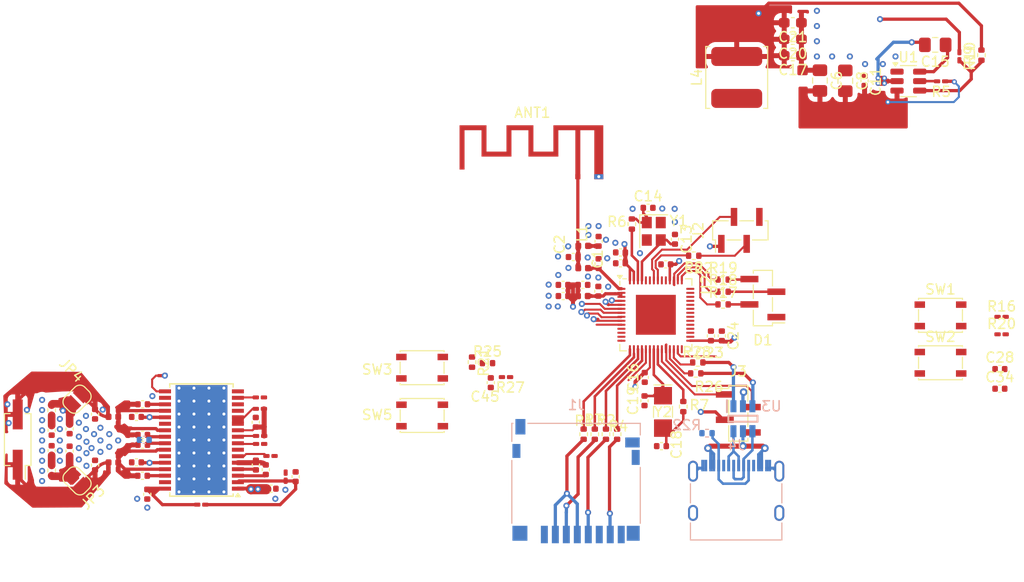
<source format=kicad_pcb>
(kicad_pcb (version 20240108) (generator "pcbnew") (generator_version "8.0")
  (layers (0 "F.Cu" signal) (1 "In1.Cu" signal) (2 "In2.Cu" signal) (31 "B.Cu" signal) (34 "B.Paste" user) (35 "F.Paste" user) (36 "B.SilkS" user "B.Silkscreen") (37 "F.SilkS" user "F.Silkscreen") (38 "B.Mask" user) (39 "F.Mask" user) (44 "Edge.Cuts" user))
  (net 0 "")
  (net 1 "GPIO_45_46")
  (net 2 "Net-(ANT1-Pad1)")
  (net 3 "Net-(C1-Pad2)")
  (net 4 "3V3")
  (net 5 "Net-(U2-LNA_IN)")
  (net 6 "12")
  (net 7 "PWR_GND")
  (net 8 "Net-(C9-Pad2)")
  (net 9 "Net-(U2-XTAL_N)")
  (net 10 "Net-(C14-Pad1)")
  (net 11 "Net-(U1-SW)")
  (net 12 "Net-(U1-VBST)")
  (net 13 "VBAT")
  (net 14 "Net-(C18-Pad1)")
  (net 15 "Net-(U2-XTAL_32K_P)")
  (net 16 "Net-(IC1-ANA_REG)")
  (net 17 "Net-(IC1-ANA_REF)")
  (net 18 "Net-(IC1-VCOM)")
  (net 19 "BT_L")
  (net 20 "Net-(IC1-SPK_OUTB+)")
  (net 21 "Net-(IC1-BSTRPB-)")
  (net 22 "Net-(IC1-GVDD_REG)")
  (net 23 "Net-(IC1-SPK_OUTA+)")
  (net 24 "Net-(IC1-BSTRPA+)")
  (net 25 "Net-(IC1-BSTRPB+)")
  (net 26 "Net-(IC1-BSTRPA-)")
  (net 27 "BT_R")
  (net 28 "8V")
  (net 29 "Net-(C43-Pad2)")
  (net 30 "Net-(C44-Pad1)")
  (net 31 "Net-(D1-BK)")
  (net 32 "Net-(D1-GK)")
  (net 33 "Net-(D1-RK)")
  (net 34 "Net-(IC1-PBTL{slash}SCL)")
  (net 35 "SDIN")
  (net 36 "AUDIO_MUTE")
  (net 37 "AUDIO_FAULT")
  (net 38 "AUDIO_CLK")
  (net 39 "AUDIO_EN")
  (net 40 "Net-(IC1-SPK_GAIN0)")
  (net 41 "Net-(IC1-FREQ{slash}SDA)")
  (net 42 "Net-(IC1-SCLK)")
  (net 43 "LRCK")
  (net 44 "RX0")
  (net 45 "TX0")
  (net 46 "Display_SCL")
  (net 47 "Display_SDA")
  (net 48 "Net-(JP3-A)")
  (net 49 "Net-(JP4-B)")
  (net 50 "Net-(U2-GPIO10)")
  (net 51 "uCHIP_SCK")
  (net 52 "Net-(U2-GPIO12)")
  (net 53 "uCHIP_DI")
  (net 54 "Net-(U2-GPIO11)")
  (net 55 "uCHIP_DO")
  (net 56 "Net-(U2-GPIO13)")
  (net 57 "Net-(U1-EN)")
  (net 58 "Net-(U2-XTAL_P)")
  (net 59 "Net-(U2-XTAL_32K_N)")
  (net 60 "Net-(U2-U0TXD)")
  (net 61 "Net-(U1-VFB)")
  (net 62 "I2C_DATA_IN")
  (net 63 "I2C_CLK")
  (net 64 "LED_R")
  (net 65 "LED_G")
  (net 66 "LED_B")
  (net 67 "BOOT")
  (net 68 "JTAG")
  (net 69 "EN")
  (net 78 "+5V")
  (net 86 "/D-")
  (net 88 "/CC1")
  (net 89 "/D+")
  (net 91 "USB_DN")
  (net 92 "Net-(U2-GPIO19{slash}USB_D-)")
  (net 93 "Net-(U2-GPIO20{slash}USB_D+)")
  (net 94 "USB_DP")
  (net 96 "Net-(JP3-B)")
  (net 97 "Net-(JP4-A)")
  (net 98 "Net-(IC1-SFT_CLIP)")
  (footprint "Capacitor_SMD:C_0402_1005Metric" (layer "F.Cu") (at 140.973 81.0514 -90)
    (property "Reference" "C13")
    (property "Value" "10pF")
  )
  (footprint "Resistor_SMD:R_0402_1005Metric" (layer "F.Cu") (at 132.9436 100.582001 -90)
    (property "Reference" "R3")
    (property "Value" "49.9K")
  )
  (footprint "Resistor_SMD:R_0402_1005Metric" (layer "F.Cu") (at 136.655 79.5274 -90)
    (property "Reference" "R6")
    (property "Value" "0R")
  )
  (footprint "Capacitor_SMD:C_0402_1005Metric" (layer "F.Cu") (at 133.3206 83.4896 -90)
    (property "Reference" "C4" (hide yes))
    (property "Value" "TBD" (hide yes))
  )
  (footprint "Inductor_SMD:L_0402_1005Metric" (layer "F.Cu") (at 131.7728 83.947)
    (property "Reference" "L2" (hide yes))
    (property "Value" "TBD" (hide yes))
  )
  (footprint "Resistor_SMD:R_0201_0603Metric_Pad0.64x0.40mm_HandSolder" (layer "F.Cu") (at 173.6975 88.825)
    (property "Reference" "R16")
    (property "Value" "10K")
  )
  (footprint "Capacitor_SMD:C_0402_1005Metric" (layer "F.Cu") (at 80.326433 100.048962 -90)
    (property "Reference" "C41" (hide yes))
    (property "Value" "1nF" (hide yes))
  )
  (footprint "Package_SO:HTSSOP-32-1EP_6.1x11mm_P0.65mm_EP5.2x11mm_Mask4.11x4.36mm_ThermalVias" (layer "F.Cu") (at 93.5348 101.1636 180)
    (property "Reference" "IC1" (hide yes))
    (property "Value" "TAS5760LDAPR")
  )
  (footprint "Capacitor_SMD:C_0402_1005Metric" (layer "F.Cu") (at 82.873431 103.681562 -90)
    (property "Reference" "C35" (hide yes))
    (property "Value" "470nF" (hide yes))
  )
  (footprint "Jumper:SolderJumper-2_P1.3mm_Open_RoundedPad1.0x1.5mm" (layer "F.Cu") (at 81.07003 97.074962 -135)
    (property "Reference" "JP4")
    (property "Value" "SolderJumper_2_Open" (hide yes))
  )
  (footprint "Capacitor_SMD:C_0402_1005Metric" (layer "F.Cu") (at 137.922 97.2312 90)
    (property "Reference" "C19")
    (property "Value" "TBD")
  )
  (footprint "Resistor_SMD:R_0201_0603Metric_Pad0.64x0.40mm_HandSolder" (layer "F.Cu") (at 124.0465 94.8608)
    (property "Reference" "R27")
    (property "Value" "10K")
  )
  (footprint "Inductor_SMD:L_0402_1005Metric" (layer "F.Cu") (at 131.7752 81.7118)
    (property "Reference" "L1")
    (property "Value" "TBD")
  )
  (footprint "Capacitor_SMD:C_0805_2012Metric_Pad1.18x1.45mm_HandSolder" (layer "F.Cu") (at 158.0388 65.1764 -90)
    (property "Reference" "C8")
    (property "Value" "10uF")
  )
  (footprint "Inductor_SMD:L_0402_1005Metric" (layer "F.Cu") (at 84.71143 98.838962 180)
    (property "Reference" "L6" (hide yes))
    (property "Value" "10uH" (hide yes))
  )
  (footprint "Capacitor_SMD:C_0402_1005Metric" (layer "F.Cu") (at 144.5768 90.7314 -90)
    (property "Reference" "C23")
    (property "Value" "0.1uF")
  )
  (footprint "Resistor_SMD:R_0201_0603Metric_Pad0.64x0.40mm_HandSolder" (layer "F.Cu") (at 93.51603 107.641362 180)
    (property "Reference" "R30" (hide yes))
    (property "Value" "10K" (hide yes))
  )
  (footprint "Capacitor_SMD:C_0402_1005Metric" (layer "F.Cu") (at 135.51969 82.3722 180)
    (property "Reference" "C10" (hide yes))
    (property "Value" "1uF" (hide yes))
  )
  (footprint "Resistor_SMD:R_0201_0603Metric_Pad0.64x0.40mm_HandSolder" (layer "F.Cu") (at 99.409532 100.757962)
    (property "Reference" "R12" (hide yes))
    (property "Value" "10K" (hide yes))
  )
  (footprint "Capacitor_SMD:C_0402_1005Metric" (layer "F.Cu") (at 100.51204 106.042324 180)
    (property "Reference" "C42" (hide yes))
    (property "Value" "1uF" (hide yes))
  )
  (footprint "Resistor_SMD:R_0402_1005Metric" (layer "F.Cu") (at 141.8082 97.8154 90)
    (property "Reference" "R7")
    (property "Value" "TBD")
  )
  (footprint "Capacitor_SMD:C_0402_1005Metric" (layer "F.Cu") (at 88.105831 106.599961 90)
    (property "Reference" "C30" (hide yes))
    (property "Value" "1uF" (hide yes))
  )
  (footprint "Capacitor_SMD:C_0402_1005Metric" (layer "F.Cu") (at 82.873431 98.573561 -90)
    (property "Reference" "C36" (hide yes))
    (property "Value" "470nF" (hide yes))
  )
  (footprint "Resistor_SMD:R_0402_1005Metric" (layer "F.Cu") (at 142.8516 82.7024 180)
    (property "Reference" "R8")
    (property "Value" "499R")
  )
  (footprint "Capacitor_SMD:C_0402_1005Metric" (layer "F.Cu") (at 138.2806 77.9018)
    (property "Reference" "C14")
    (property "Value" "10pF")
  )
  (footprint "Resistor_SMD:R_0402_1005Metric" (layer "F.Cu") (at 131.826 100.582001 -90)
    (property "Reference" "R1")
    (property "Value" "49.9K")
  )
  (footprint "Capacitor_SMD:C_0402_1005Metric" (layer "F.Cu") (at 131.75 85.6234)
    (property "Reference" "C3" (hide yes))
    (property "Value" "1uF" (hide yes))
  )
  (footprint "Capacitor_SMD:C_0402_1005Metric" (layer "F.Cu") (at 102.9698 104.838601 90)
    (property "Reference" "C46" (hide yes))
    (property "Value" "1uF" (hide yes))
  )
  (footprint "Resistor_SMD:R_0201_0603Metric_Pad0.64x0.40mm_HandSolder" (layer "F.Cu") (at 99.409532 101.55796)
    (property "Reference" "R14" (hide yes))
    (property "Value" "R" (hide yes))
  )
  (footprint "Capacitor_SMD:C_0805_2012Metric_Pad1.18x1.45mm_HandSolder" (layer "F.Cu") (at 167.05 61.5771 180)
    (property "Reference" "C15")
    (property "Value" "100nF")
  )
  (footprint "Capacitor_SMD:C_0402_1005Metric" (layer "F.Cu") (at 87.026431 98.848961)
    (property "Reference" "C39" (hide yes))
    (property "Value" "100nF" (hide yes))
  )
  (footprint "Connector_PinSocket_2.54mm:PinSocket_2x01_P2.54mm_Vertical_SMD" (layer "F.Cu") (at 75.12643 101.118962 -90)
    (property "Reference" "LS1" (hide yes))
    (property "Value" "4R" (hide yes))
  )
  (footprint "Capacitor_SMD:C_0402_1005Metric" (layer "F.Cu") (at 87.646431 101.648961 180)
    (property "Reference" "C33" (hide yes))
    (property "Value" "220nF" (hide yes))
  )
  (footprint "Package_TO_SOT_SMD:SOT-23-6" (layer "F.Cu") (at 164.3573 65.2093)
    (property "Reference" "U1")
    (property "Value" "TPS563200")
  )
  (footprint "Capacitor_SMD:C_0402_1005Metric" (layer "F.Cu") (at 139.6238 101.7778 180)
    (property "Reference" "C18")
    (property "Value" "TBD")
  )
  (footprint "Capacitor_SMD:C_0402_1005Metric" (layer "F.Cu") (at 87.646432 100.648961)
    (property "Reference" "C29" (hide yes))
    (property "Value" "220nF" (hide yes))
  )
  (footprint "Capacitor_SMD:C_0402_1005Metric" (layer "F.Cu") (at 130.7846 82.8294)
    (property "Reference" "C2")
    (property "Value" "TBD")
  )
  (footprint "Resistor_SMD:R_0402_1005Metric" (layer "F.Cu") (at 135.1788 100.582001 -90)
    (property "Reference" "R4")
    (property "Value" "49.9K")
  )
  (footprint "Capacitor_SMD:C_0402_1005Metric" (layer "F.Cu") (at 80.326433 102.268962 -90)
    (property "Reference" "C40" (hide yes))
    (property "Value" "1nF" (hide yes))
  )
  (footprint "Capacitor_SMD:C_0805_2012Metric_Pad1.18x1.45mm_HandSolder" (layer "F.Cu") (at 155.4988 65.1549 -90)
    (property "Reference" "C6")
    (property "Value" "10uF")
  )
  (footprint "Capacitor_SMD:C_0402_1005Metric" (layer "F.Cu") (at 99.981031 104.138761 90)
    (property "Reference" "C26" (hide yes))
    (property "Value" "1uF" (hide yes))
  )
  (footprint "Resistor_SMD:R_0402_1005Metric" (layer "F.Cu") (at 143.257999 93.3958)
    (property "Reference" "R28")
    (property "Value" "0R")
  )
  (footprint "RF_Antenna:Texas_SWRA117D_2.4GHz_Left" (layer "F.Cu") (at 131.2418 74.78)
    (property "Reference" "ANT1")
    (property "Value" "PCB_ANT")
  )
  (footprint "Capacitor_SMD:C_0402_1005Metric" (layer "F.Cu") (at 145.669 90.7314 -90)
    (property "Reference" "C24")
    (property "Value" "1uF")
  )
  (footprint "Resistor_SMD:R_0402_1005Metric" (layer "F.Cu") (at 143.054799 94.488)
    (property "Reference" "R26")
    (property "Value" "0R")
  )
  (footprint "Resistor_SMD:R_0402_1005Metric" (layer "F.Cu") (at 78.526431 104.218962 90)
    (property "Reference" "R23" (hide yes))
    (property "Value" "3.3R" (hide yes))
  )
  (footprint "Capacitor_SMD:C_0402_1005Metric" (layer "F.Cu") (at 129.7738 86.741 180)
    (property "Reference" "C5" (hide yes))
    (property "Value" "10nF" (hide yes))
  )
  (footprint "Resistor_SMD:R_0402_1005Metric" (layer "F.Cu") (at 122.1916 93.4638)
    (property "Reference" "R25")
    (property "Value" "1K")
  )
  (footprint "Resistor_SMD:R_0402_1005Metric" (layer "F.Cu") (at 171.6786 62.608601 90)
    (property "Reference" "R9")
    (property "Value" "33.2K")
  )
  (footprint "Capacitor_SMD:C_0402_1005Metric" (layer "F.Cu") (at 140.0556 83.566)
    (property "Reference" "C22")
    (property "Value" "0.1uF")
  )
  (footprint "Capacitor_SMD:C_0402_1005Metric" (layer "F.Cu") (at 129.7712 85.6234)
    (property "Reference" "C7" (hide yes))
    (property "Value" "0.1uF" (hide yes))
  )
  (footprint "Resistor_SMD:R_0201_0603Metric_Pad0.64x0.40mm_HandSolder" (layer "F.Cu") (at 99.384531 98.040161)
    (property "Reference" "R13" (hide yes))
    (property "Value" "10K" (hide yes))
  )
  (footprint "Resistor_SMD:R_0201_0603Metric_Pad0.64x0.40mm_HandSolder" (layer "F.Cu") (at 100.450231 102.764562 180)
    (property "Reference" "R11" (hide yes))
    (property "Value" "10K" (hide yes))
  )
  (footprint "Capacitor_SMD:C_0603_1608Metric_Pad1.08x0.95mm_HandSolder" (layer "F.Cu") (at 152.7799 62.6598 180)
    (property "Reference" "C17")
    (property "Value" "22uF")
  )
  (footprint "Capacitor_SMD:C_0603_1608Metric_Pad1.08x0.95mm_HandSolder" (layer "F.Cu") (at 152.7799 59.3598 180)
    (property "Reference" "C21")
    (property "Value" "22uF")
  )
  (footprint "Resistor_SMD:R_0201_0603Metric_Pad0.64x0.40mm_HandSolder" (layer "F.Cu") (at 169.4688 62.7133 -90)
    (property "Reference" "R10")
    (property "Value" "10K")
  )
  (footprint "Capacitor_SMD:C_0402_1005Metric" (layer "F.Cu") (at 173.525 94.055)
    (property "Reference" "C28")
    (property "Value" "100nF")
  )
  (footprint "Capacitor_SMD:C_0402_1005Metric" (layer "F.Cu") (at 98.977032 99.386362 90)
    (property "Reference" "C25" (hide yes))
    (property "Value" "1uF" (hide yes))
  )
  (footprint "Capacitor_SMD:C_0402_1005Metric" (layer "F.Cu") (at 98.99043 103.679361 90)
    (property "Reference" "C27" (hide yes))
    (property "Value" "1uF" (hide yes))
  )
  (footprint "Resistor_SMD:R_0201_0603Metric_Pad0.64x0.40mm_HandSolder" (layer "F.Cu") (at 173.6975 90.575)
    (property "Reference" "R20")
    (property "Value" "10K")
  )
  (footprint "Capacitor_SMD:C_0402_1005Metric" (layer "F.Cu") (at 87.026432 103.398962)
    (property "Reference" "C37" (hide yes))
    (property "Value" "100nF" (hide yes))
  )
  (footprint "Resistor_SMD:R_0402_1005Metric" (layer "F.Cu") (at 145.794 87.5792)
    (property "Reference" "R17")
    (property "Value" "560R")
  )
  (footprint "Capacitor_SMD:C_0603_1608Metric_Pad1.08x0.95mm_HandSolder" (layer "F.Cu") (at 152.7799 61.0198 180)
    (property "Reference" "C20")
    (property "Value" "22uF")
  )
  (footprint "Inductor_SMD:L_TDK_VLS6045EX_VLS6045AF" (layer "F.Cu") (at 147.1596 64.8412 90)
    (property "Reference" "L4")
    (property "Value" "2.2uH")
  )
  (footprint "Resistor_SMD:R_0402_1005Metric" (layer "F.Cu") (at 145.794 86.3092)
    (property "Reference" "R18")
    (property "Value" "560R")
  )
  (footprint "Capacitor_SMD:C_0402_1005Metric" (layer "F.Cu") (at 133.3246 81.257201 -90)
    (property "Reference" "C1")
    (property "Value" "TBD")
  )
  (footprint "Capacitor_SMD:C_0402_1005Metric" (layer "F.Cu") (at 137.9474 94.8918 90)
    (property "Reference" "C16")
    (property "Value" "0.1uF")
  )
  (footprint "Package_DFN_QFN:QFN-56-1EP_7x7mm_P0.4mm_EP4x4mm" (layer "F.Cu") (at 139.05929 88.619593)
    (property "Reference" "U2")
    (property "Value" "ESP32-S3")
  )
  (footprint "Capacitor_SMD:C_0402_1005Metric" (layer "F.Cu") (at 135.51969 83.457793 180)
    (property "Reference" "C12" (hide yes))
    (property "Value" "10nF" (hide yes))
  )
  (footprint "Button_Switch_SMD:SW_SPST_PTS810" (layer "F.Cu") (at 167.575 88.675)
    (property "Reference" "SW1")
    (property "Value" "SW_Push")
  )
  (footprint "Capacitor_SMD:C_0402_1005Metric" (layer "F.Cu") (at 87.626431 104.748961 180)
    (property "Reference" "C31" (hide yes))
    (property "Value" "220nF" (hide yes))
  )
  (footprint "Capacitor_SMD:C_0402_1005Metric" (layer "F.Cu") (at 87.648632 97.582961)
    (property "Reference" "C32" (hide yes))
    (property "Value" "220nF" (hide yes))
  )
  (footprint "Capacitor_SMD:C_0402_1005Metric" (layer "F.Cu") (at 78.526431 102.218959 -90)
    (property "Reference" "C43" (hide yes))
    (property "Value" "10nF" (hide yes))
  )
  (footprint "Inductor_SMD:L_0402_1005Metric" (layer "F.Cu") (at 131.7474 86.741)
    (property "Reference" "L3" (hide yes))
    (property "Value" "2.0nH (0.1nH)" (hide yes))
  )
  (footprint "Connector_PinSocket_1.27mm:PinSocket_1x04_P1.27mm_Vertical_SMD_Pin1Left" (layer "F.Cu") (at 147.5232 80.1624 90)
    (property "Reference" "J2")
    (property "Value" "Conn_01x04")
  )
  (footprint "Resistor_SMD:R_0201_0603Metric_Pad0.64x0.40mm_HandSolder" (layer "F.Cu") (at 99.384131 96.897162)
    (property "Reference" "R15" (hide yes))
    (property "Value" "R" (hide yes))
  )
  (footprint "Connector_PinSocket_1.27mm:PinSocket_1x04_P1.27mm_Vertical_SMD_Pin1Left" (layer "F.Cu") (at 149.7838 86.9442 180)
    (property "Reference" "D1")
    (property "Value" "LED_ARGB")
  )
  (footprint "Capacitor_SMD:C_0402_1005Metric" (layer "F.Cu") (at 78.526431 100.19896 -90)
    (property "Reference" "C44" (hide yes))
    (property "Value" "10nF" (hide yes))
  )
  (footprint "Resistor_SMD:R_0402_1005Metric" (layer "F.Cu") (at 78.526431 98.178961 90)
    (property "Reference" "R24" (hide yes))
    (property "Value" "3.3R" (hide yes))
  )
  (footprint "Resistor_SMD:R_0201_0603Metric_Pad0.64x0.40mm_HandSolder" (layer "F.Cu") (at 167.6411 65.2272 180)
    (property "Reference" "R5")
    (property "Value" "10K")
  )
  (footprint "Resistor_SMD:R_0402_1005Metric" (layer "F.Cu") (at 120.6422 93.3622 -90)
    (property "Reference" "R21")
    (property "Value" "1K")
  )
  (footprint "Crystal:Crystal_SMD_MicroCrystal_CC7V-T1A-2Pin_3.2x1.5mm_HandSoldering" (layer "F.Cu") (at 139.7762 98.348201 -90)
    (property "Reference" "Y2")
    (property "Value" "ABS07-166-32.768KHZ-T")
  )
  (footprint "Button_Switch_SMD:SW_SPST_PTS810" (layer "F.Cu") (at 115.6462 98.7044 180)
    (property "Reference" "SW5")
    (property "Value" "SW_Push")
  )
  (footprint "Capacitor_SMD:C_0402_1005Metric" (layer "F.Cu") (at 122.5218 95.4196 90)
    (property "Reference" "C45")
    (property "Value" "100nF")
  )
  (footprint "Capacitor_SMD:C_0402_1005Metric" (layer "F.Cu") (at 133.2966 86.261 -90)
    (property "Reference" "C9" (hide yes))
    (property "Value" "0.1uF" (hide yes))
  )
  (footprint "Button_Switch_SMD:SW_SPST_PTS810" (layer "F.Cu") (at 115.6384 93.921 180)
    (property "Reference" "SW3")
    (property "Value" "SW_Push")
  )
  (footprint "Inductor_SMD:L_0402_1005Metric" (layer "F.Cu") (at 84.711431 103.418961 180)
    (property "Reference" "L5" (hide yes))
    (property "Value" "10uH" (hide yes))
  )
  (footprint "Resistor_SMD:R_0201_0603Metric_Pad0.64x0.40mm_HandSolder" (layer "F.Cu") (at 101.9698 104.838601 90)
    (property "Reference" "R29" (hide yes))
    (property "Value" "47R" (hide yes))
  )
  (footprint "Jumper:SolderJumper-2_P1.3mm_Open_RoundedPad1.0x1.5mm" (layer "F.Cu") (at 81.07003 105.253762 -45)
    (property "Reference" "JP3")
    (property "Value" "SolderJumper_2_Open" (hide yes))
  )
  (footprint "Crystal:Crystal_SMD_2520-4Pin_2.5x2.0mm" (layer "F.Cu") (at 138.8506 80.2526 -90)
    (property "Reference" "Y1")
    (property "Value" "ECS-400-10-36B2-CKM-TR")
  )
  (footprint "Button_Switch_SMD:SW_SPST_PTS810" (layer "F.Cu") (at 167.575 93.425)
    (property "Reference" "SW2")
    (property "Value" "SW_Push")
  )
  (footprint "Connector_PinSocket_1.27mm:PinSocket_1x04_P1.27mm_Vertical_SMD_Pin1Left" (layer "F.Cu") (at 147.3186 98.5012)
    (property "Reference" "J3")
    (property "Value" "Conn_01x04")
  )
  (footprint "Resistor_SMD:R_0402_1005Metric" (layer "F.Cu") (at 145.796 85.09)
    (property "Reference" "R19")
    (property "Value" "560R")
  )
  (footprint "Capacitor_SMD:C_0402_1005Metric" (layer "F.Cu") (at 159.9692 65.1764 -90)
    (property "Reference" "C11")
    (property "Value" "0.1uF")
  )
  (footprint "Resistor_SMD:R_0402_1005Metric" (layer "F.Cu") (at 134.0612 100.582001 -90)
    (property "Reference" "R2")
    (property "Value" "49.9K")
  )
  (footprint "Capacitor_SMD:C_0402_1005Metric" (layer "F.Cu") (at 173.525 96.025)
    (property "Reference" "C34")
    (property "Value" "100nF")
  )
  (footprint "Capacitor_SMD:C_0402_1005Metric" (layer "B.Cu") (at 87.806431 101.148963)
    (property "Reference" "C38" (hide yes))
    (property "Value" "470uF" (hide yes))
  )
  (footprint "Connector_Card:microSD_HC_Hirose_DM3D-SF" (layer "B.Cu") (at 131.064 105.283 180)
    (property "Reference" "J1")
    (property "Value" "798-DM3D-SF")
  )
  (footprint "" (layer "B.Cu") (at 148.732 100.2826 180)
    (property "Reference" "")
    (property "Value" "")
  )
  (footprint "SamacSys_Parts:SOT95P280X145-6N" (layer "B.Cu") (at 147.782 99.0326 -90)
    (property "Reference" "U3")
    (property "Value" "USBLC6-2SC6" (hide yes))
  )
  (footprint "Connector_USB:USB_C_Receptacle_XKB_U262-16XN-4BVC11" (layer "B.Cu") (at 147.1046 107.3942 180)
    (property "Reference" "J4")
    (property "Value" "USB-C")
  )
  (footprint "Resistor_SMD:R_0402_1005Metric" (layer "B.Cu") (at 144.1856 100.4798 180)
    (property "Reference" "R22")
    (property "Value" "5K1")
  )
  (gr_poly (pts (xy 96.691031 99.030761) (xy 97.681631 99.030761) (xy 97.68163 99.386361) (xy 96.691031 99.38636)) (stroke (width 0.2)) (fill solid) (layer "F.Cu") (net 40))
  (gr_poly (pts (xy 135.8138 83.2104) (xy 135.9408 82.8802) (xy 135.8138 82.5754) (xy 136.1694 82.5754) (xy 136.0678 82.8802) (xy 136.1694 83.2104)) (stroke (width 0.2)) (fill solid) (layer "F.Cu") (net 4))
  (gr_poly (pts (xy 131.0894 82.5754) (xy 131.2164 82.2452) (xy 131.0894 81.9404) (xy 131.445 81.9404) (xy 131.3434 82.2452) (xy 131.445 82.5754)) (stroke (width 0.2)) (fill solid) (layer "F.Cu") (net 2))
  (gr_poly (pts (xy 131.0894 83.693) (xy 131.2164 83.3628) (xy 131.0894 83.058) (xy 131.445 83.058) (xy 131.3434 83.3628) (xy 131.445 83.693)) (stroke (width 0.2)) (fill solid) (layer "F.Cu") (net 2))
  (gr_poly (pts (xy 133.096 81.915) (xy 132.7658 81.788) (xy 132.461 81.915) (xy 132.461 81.5594) (xy 132.7658 81.661) (xy 133.096 81.5594)) (stroke (width 0.2)) (fill solid) (layer "F.Cu") (net 3))
  (gr_poly (pts (xy 89.29963 106.142762) (xy 88.690032 106.701561) (xy 88.207431 106.269761) (xy 87.902631 105.939562) (xy 89.299631 105.939562)) (stroke (width 0.2)) (fill solid) (layer "F.Cu") (net 22))
  (segment (start 169.4688 62.3058) (end 169.4688 60.325) (width 0.32512) (layer "F.Cu") (net 1))
  (segment (start 169.4688 60.325) (end 168.3512 59.2074) (width 0.32512) (layer "F.Cu") (net 1))
  (segment (start 168.3512 59.2074) (end 168.148 59.0042) (width 0.32512) (layer "F.Cu") (net 1))
  (segment (start 168.148 59.0042) (end 161.5186 59.0042) (width 0.32512) (layer "F.Cu") (net 1))
  (via (at 77.5688 103.2418) (size 0.6096) (drill 0.3048) (layers "F.Cu" "B.Cu") (net 1))
  (via (at 88.1098 107.9408) (size 0.6096) (drill 0.3048) (layers "F.Cu" "B.Cu") (net 1))
  (via (at 155.194 58.166) (size 0.6096) (drill 0.3048) (layers "F.Cu" "B.Cu") (net 1))
  (via (at 79.3468 100.0668) (size 0.6096) (drill 0.3048) (layers "F.Cu" "B.Cu") (net 1))
  (via (at 83.4108 101.2098) (size 0.6096) (drill 0.3048) (layers "F.Cu" "B.Cu") (net 1))
  (via (at 83.4108 102.3528) (size 0.6096) (drill 0.3048) (layers "F.Cu" "B.Cu") (net 1))
  (via (at 147.852002 96.3676) (size 0.762) (drill 0.381) (layers "F.Cu" "B.Cu") (net 1))
  (via (at 160.02 63.5) (size 0.6096) (drill 0.3048) (layers "F.Cu" "B.Cu") (net 1))
  (via (at 139.7 77.978) (size 0.6096) (drill 0.3048) (layers "F.Cu" "B.Cu") (net 1))
  (via (at 132.3086 79.7306) (size 0.6096) (drill 0.3048) (layers "F.Cu" "B.Cu") (net 1))
  (via (at 155.194 61.214) (size 0.6096) (drill 0.3048) (layers "F.Cu" "B.Cu") (net 1))
  (via (at 133.3246 79.7306) (size 0.6096) (drill 0.3048) (layers "F.Cu" "B.Cu") (net 1))
  (via (at 82.0138 103.7498) (size 0.6096) (drill 0.3048) (layers "F.Cu" "B.Cu") (net 1))
  (via (at 132.2578 84.7852) (size 0.6096) (drill 0.3048) (layers "F.Cu" "B.Cu") (net 1))
  (via (at 140.97 79.3242) (size 0.6096) (drill 0.3048) (layers "F.Cu" "B.Cu") (net 1))
  (via (at 84.2998 100.5748) (size 0.6096) (drill 0.3048) (layers "F.Cu" "B.Cu") (net 1))
  (via (at 84.2998 101.8448) (size 0.6096) (drill 0.3048) (layers "F.Cu" "B.Cu") (net 1))
  (via (at 132.3086 80.6196) (size 0.6096) (drill 0.3048) (layers "F.Cu" "B.Cu") (net 1))
  (via (at 79.346801 102.2258) (size 0.6096) (drill 0.3048) (layers "F.Cu" "B.Cu") (net 1))
  (via (at 134.1882 82.9564) (size 0.6096) (drill 0.3048) (layers "F.Cu" "B.Cu") (net 1))
  (via (at 83.4108 99.939799) (size 0.6096) (drill 0.3048) (layers "F.Cu" "B.Cu") (net 1))
  (via (at 158.496 62.738) (size 0.6096) (drill 0.3048) (layers "F.Cu" "B.Cu") (net 1))
  (via (at 135.001 81.407) (size 0.6096) (drill 0.3048) (layers "F.Cu" "B.Cu") (net 1))
  (via (at 134.282763 85.808237) (size 0.6096) (drill 0.3048) (layers "F.Cu" "B.Cu") (net 1))
  (via (at 128.3208 87.7824) (size 0.6096) (drill 0.3048) (layers "F.Cu" "B.Cu") (net 1))
  (via (at 79.346801 99.0508) (size 0.6096) (drill 0.3048) (layers "F.Cu" "B.Cu") (net 1))
  (via (at 130.302 83.9216) (size 0.6096) (drill 0.3048) (layers "F.Cu" "B.Cu") (net 1))
  (via (at 81.2518 103.1148) (size 0.6096) (drill 0.3048) (layers "F.Cu" "B.Cu") (net 1))
  (via (at 77.5688 102.2258) (size 0.6096) (drill 0.3048) (layers "F.Cu" "B.Cu") (net 1))
  (via (at 87.0938 107.0518) (size 0.6096) (drill 0.3048) (layers "F.Cu" "B.Cu") (net 1))
  (via (at 85.1888 101.2098) (size 0.6096) (drill 0.3048) (layers "F.Cu" "B.Cu") (net 1))
  (via (at 155.194 59.69) (size 0.6096) (drill 0.3048) (layers "F.Cu" "B.Cu") (net 1))
  (via (at 129.286 84.6328) (size 0.6096) (drill 0.3048) (layers "F.Cu" "B.Cu") (net 1))
  (via (at 128.3208 85.598) (size 0.6096) (drill 0.3048) (layers "F.Cu" "B.Cu") (net 1))
  (via (at 77.5688 104.2578) (size 0.6096) (drill 0.3048) (layers "F.Cu" "B.Cu") (net 1))
  (via (at 129.2352 87.7824) (size 0.6096) (drill 0.3048) (layers "F.Cu" "B.Cu") (net 1))
  (via (at 77.5688 100.1938) (size 0.6096) (drill 0.3048) (layers "F.Cu" "B.Cu") (net 1))
  (via (at 161.798 63.5) (size 0.6096) (drill 0.3048) (layers "F.Cu" "B.Cu") (net 1))
  (via (at 82.013799 102.4798) (size 0.6096) (drill 0.3048) (layers "F.Cu" "B.Cu") (net 1))
  (via (at 81.963 100.0668) (size 0.6096) (drill 0.3048) (layers "F.Cu" "B.Cu") (net 1))
  (via (at 156.718 62.738) (size 0.6096) (drill 0.3048) (layers "F.Cu" "B.Cu") (net 1))
  (via (at 163.068 62.738) (size 0.6096) (drill 0.3048) (layers "F.Cu" "B.Cu") (net 1))
  (via (at 101.943774 106.154491) (size 0.6096) (drill 0.3048) (layers "F.Cu" "B.Cu") (net 1))
  (via (at 140.9446 78.0034) (size 0.6096) (drill 0.3048) (layers "F.Cu" "B.Cu") (net 1))
  (via (at 79.3468 103.2418) (size 0.6096) (drill 0.3048) (layers "F.Cu" "B.Cu") (net 1))
  (via (at 81.963 98.746) (size 0.6096) (drill 0.3048) (layers "F.Cu" "B.Cu") (net 1))
  (via (at 136.7282 78.0034) (size 0.6096) (drill 0.3048) (layers "F.Cu" "B.Cu") (net 1))
  (via (at 81.2518 101.9718) (size 0.6096) (drill 0.3048) (layers "F.Cu" "B.Cu") (net 1))
  (via (at 81.2518 99.431801) (size 0.6096) (drill 0.3048) (layers "F.Cu" "B.Cu") (net 1))
  (via (at 155.194 62.738) (size 0.6096) (drill 0.3048) (layers "F.Cu" "B.Cu") (net 1))
  (via (at 129.2606 82.7786) (size 0.6096) (drill 0.3048) (layers "F.Cu" "B.Cu") (net 1))
  (via (at 81.2518 100.8288) (size 0.6096) (drill 0.3048) (layers "F.Cu" "B.Cu") (net 1))
  (via (at 133.2992 84.8868) (size 0.6096) (drill 0.3048) (layers "F.Cu" "B.Cu") (net 1))
  (via (at 79.3468 101.2098) (size 0.6096) (drill 0.3048) (layers "F.Cu" "B.Cu") (net 1))
  (via (at 134.0612 81.1022) (size 0.6096) (drill 0.3048) (layers "F.Cu" "B.Cu") (net 1))
  (via (at 137.4648 82.4484) (size 0.6096) (drill 0.3048) (layers "F.Cu" "B.Cu") (net 1))
  (via (at 161.5186 59.0042) (size 0.6096) (drill 0.3048) (layers "F.Cu" "B.Cu") (net 1))
  (via (at 82.7758 100.5748) (size 0.6096) (drill 0.3048) (layers "F.Cu" "B.Cu") (net 1))
  (via (at 77.5688 105.2738) (size 0.6096) (drill 0.3048) (layers "F.Cu" "B.Cu") (net 1))
  (via (at 77.5688 101.2098) (size 0.6096) (drill 0.3048) (layers "F.Cu" "B.Cu") (net 1))
  (via (at 88.6178 96.7648) (size 0.6096) (drill 0.3048) (layers "F.Cu" "B.Cu") (net 1))
  (via (at 82.5218 101.971799) (size 0.6096) (drill 0.3048) (layers "F.Cu" "B.Cu") (net 1))
  (via (at 132.2324 82.8802) (size 0.6096) (drill 0.3048) (layers "F.Cu" "B.Cu") (net 1))
  (via (at 77.5688 97.1458) (size 0.6096) (drill 0.3048) (layers "F.Cu" "B.Cu") (net 1))
  (via (at 82.013799 101.3368) (size 0.6096) (drill 0.3048) (layers "F.Cu" "B.Cu") (net 1))
  (via (at 130.2766 81.7626) (size 0.6096) (drill 0.3048) (layers "F.Cu" "B.Cu") (net 1))
  (via (at 77.5688 98.1618) (size 0.6096) (drill 0.3048) (layers "F.Cu" "B.Cu") (net 1))
  (via (at 128.3208 86.7156) (size 0.6096) (drill 0.3048) (layers "F.Cu" "B.Cu") (net 1))
  (via (at 100.9368 107.0518) (size 0.6096) (drill 0.3048) (layers "F.Cu" "B.Cu") (net 1))
  (via (at 77.5688 99.1778) (size 0.6096) (drill 0.3048) (layers "F.Cu" "B.Cu") (net 1))
  (segment (start 150.857 103.9876) (end 151.422 104.5526) (width 0.3048) (layer "B.Cu") (net 1))
  (segment (start 143.347 103.9876) (end 142.782 104.5526) (width 0.3048) (layer "B.Cu") (net 1))
  (segment (start 147.852002 96.3676) (end 147.782 96.437602) (width 0.32512) (layer "B.Cu") (net 1))
  (segment (start 150.152 103.9876) (end 150.857 103.9876) (width 0.3048) (layer "B.Cu") (net 1))
  (segment (start 147.782 96.437602) (end 147.782 97.7826) (width 0.32512) (layer "B.Cu") (net 1))
  (segment (start 143.752 103.9876) (end 143.347 103.9876) (width 0.3048) (layer "B.Cu") (net 1))
  (segment (start 131.2926 81.7094) (end 131.2902 81.7118) (width 0.32512) (layer "F.Cu") (net 2))
  (segment (start 131.2418 81.6634) (end 131.2902 81.7118) (width 0.32512) (layer "F.Cu") (net 2))
  (segment (start 131.2418 74.78) (end 131.2418 81.6634) (width 0.32512) (layer "F.Cu") (net 2))
  (segment (start 131.2878 81.7142) (end 131.2902 81.7118) (width 0.32512) (layer "F.Cu") (net 2))
  (segment (start 131.2878 83.947) (end 131.2878 81.7142) (width 0.32512) (layer "F.Cu") (net 2))
  (arc (start 131.226479 83.9724) (mid 131.259666 83.965798) (end 131.2878 83.947) (width 0.32512) (layer "F.Cu") (net 2))
  (segment (start 132.2602 81.7118) (end 133.299199 81.7118) (width 0.32512) (layer "F.Cu") (net 3))
  (segment (start 133.299199 81.7118) (end 133.3246 81.737201) (width 0.32512) (layer "F.Cu") (net 3))
  (segment (start 130.2538 86.741) (end 130.2538 85.626) (width 0.2032) (layer "F.Cu") (net 4))
  (segment (start 99.794231 99.866362) (end 98.97703 99.866362) (width 0.508) (layer "F.Cu") (net 4))
  (segment (start 130.492 85.8642) (end 130.2512 85.6234) (width 0.381) (layer "F.Cu") (net 4))
  (segment (start 135.99969 83.457793) (end 135.99969 82.457792) (width 0.381) (layer "F.Cu") (net 4))
  (segment (start 131.27 85.6234) (end 131 85.6234) (width 0.2032) (layer "F.Cu") (net 4))
  (segment (start 145.824 91.313) (end 145.8214 91.3156) (width 0.381) (layer "F.Cu") (net 4))
  (segment (start 130.7592 86.5) (end 130.7592 85.8826) (width 0.381) (layer "F.Cu") (net 4))
  (segment (start 135.9916 82.36411) (end 135.99969 82.3722) (width 0.381) (layer "F.Cu") (net 4))
  (segment (start 145.669 91.2114) (end 142.517483 91.2114) (width 0.254) (layer "F.Cu") (net 4))
  (segment (start 130.7592 87.2442) (end 131.2624 86.741) (width 0.381) (layer "F.Cu") (net 4))
  (segment (start 131 85.6234) (end 130.5 85.6234) (width 0.2032) (layer "F.Cu") (net 4))
  (segment (start 135.99969 83.457793) (end 136.85289 84.310993) (width 0.254) (layer "F.Cu") (net 4))
  (segment (start 99.817031 98.065161) (end 99.792032 98.04016) (width 0.508) (layer "F.Cu") (net 4))
  (segment (start 146.5326 91.313) (end 145.824 91.313) (width 0.381) (layer "F.Cu") (net 4))
  (segment (start 136.85289 84.310993) (end 136.85289 85.169594) (width 0.254) (layer "F.Cu") (net 4))
  (segment (start 99.817031 99.843562) (end 99.794231 99.866362) (width 0.508) (layer "F.Cu") (net 4))
  (segment (start 130.7592 87.2464) (end 130.2538 86.741) (width 0.381) (layer "F.Cu") (net 4))
  (segment (start 130.5 85.6234) (end 130.2512 85.6234) (width 0.2032) (layer "F.Cu") (net 4))
  (segment (start 145.725393 91.219593) (end 145.8214 91.3156) (width 0.254) (layer "F.Cu") (net 4))
  (segment (start 130.7592 87.8078) (end 130.7592 87.2442) (width 0.381) (layer "F.Cu") (net 4))
  (segment (start 130.1496 102.7684) (end 131.826 101.092) (width 0.32512) (layer "F.Cu") (net 4))
  (segment (start 136.45929 85.169593) (end 136.45929 83.917393) (width 0.254) (layer "F.Cu") (net 4))
  (segment (start 142.517483 91.2114) (end 142.50929 91.219593) (width 0.254) (layer "F.Cu") (net 4))
  (segment (start 130.7592 85.8826) (end 130.5 85.6234) (width 0.381) (layer "F.Cu") (net 4))
  (segment (start 130.7592 87.8078) (end 130.7592 87.2464) (width 0.381) (layer "F.Cu") (net 4))
  (segment (start 141.392774 83.226774) (end 141.053548 83.566) (width 0.32512) (layer "F.Cu") (net 4))
  (segment (start 130.7592 85.8642) (end 130.492 85.8642) (width 0.381) (layer "F.Cu") (net 4))
  (segment (start 140.45929 85.169593) (end 140.45929 83.40829) (width 0.254) (layer "F.Cu") (net 4))
  (segment (start 135.9662 82.33871) (end 135.99969 82.3722) (width 0.32512) (layer "F.Cu") (net 4))
  (segment (start 99.817031 99.843562) (end 99.817031 98.065161) (width 0.508) (layer "F.Cu") (net 4))
  (segment (start 145.0312 98.3488) (end 145.8186 99.1362) (width 0.32512) (layer "F.Cu") (net 4))
  (segment (start 145.368 81.7626) (end 145.6182 81.5124) (width 0.32512) (layer "F.Cu") (net 4))
  (segment (start 131.2624 85.631) (end 131.27 85.6234) (width 0.2032) (layer "F.Cu") (net 4))
  (segment (start 130.7592 87.8078) (end 130.7592 86.5) (width 0.381) (layer "F.Cu") (net 4))
  (segment (start 130.7592 86.5) (end 130.7592 85.8642) (width 0.381) (layer "F.Cu") (net 4))
  (segment (start 143.5608 98.3488) (end 145.0312 98.3488) (width 0.32512) (layer "F.Cu") (net 4))
  (segment (start 135.9662 81.5848) (end 135.9662 82.33871) (width 0.32512) (layer "F.Cu") (net 4))
  (segment (start 171.6786 62.098602) (end 171.6786 59.6646) (width 0.32512) (layer "F.Cu") (net 4))
  (segment (start 130.2538 86.741) (end 130.2538 86.8654) (width 0.2032) (layer "F.Cu") (net 4))
  (segment (start 130.2538 85.626) (end 130.2512 85.6234) (width 0.2032) (layer "F.Cu") (net 4))
  (segment (start 97.1848 100.188599) (end 98.654793 100.188599) (width 0.2032) (layer "F.Cu") (net 4))
  (segment (start 171.6786 59.6646) (end 169.418 57.404) (width 0.32512) (layer "F.Cu") (net 4))
  (segment (start 98.654793 100.188599) (end 98.97703 99.866362) (width 0.2032) (layer "F.Cu") (net 4))
  (segment (start 130.7592 85.8642) (end 131 85.6234) (width 0.381) (layer "F.Cu") (net 4))
  (segment (start 144.4752 81.7626) (end 145.368 81.7626) (width 0.32512) (layer "F.Cu") (net 4))
  (segment (start 140.45929 83.40829) (end 140.4392 83.3882) (width 0.254) (layer "F.Cu") (net 4))
  (segment (start 141.053548 83.566) (end 140.5356 83.566) (width 0.32512) (layer "F.Cu") (net 4))
  (segment (start 146.939 90.9066) (end 146.5326 91.313) (width 0.381) (layer "F.Cu") (net 4))
  (segment (start 130.1496 106.5276) (end 130.1496 102.7684) (width 0.32512) (layer "F.Cu") (net 4))
  (segment (start 131.2624 86.741) (end 131.2624 85.631) (width 0.2032) (layer "F.Cu") (net 4))
  (segment (start 150.368 57.404) (end 149.352 58.42) (width 0.32512) (layer "F.Cu") (net 4))
  (segment (start 99.817032 100.757962) (end 99.817031 99.843562) (width 0.508) (layer "F.Cu") (net 4))
  (segment (start 169.418 57.404) (end 150.368 57.404) (width 0.32512) (layer "F.Cu") (net 4))
  (segment (start 136.45929 83.917393) (end 135.99969 83.457793) (width 0.254) (layer "F.Cu") (net 4))
  (segment (start 135.9154 81.534) (end 135.9662 81.5848) (width 0.32512) (layer "F.Cu") (net 4))
  (via (at 130.7592 87.8078) (size 0.6096) (drill 0.3048) (layers "F.Cu" "B.Cu") (net 4))
  (via (at 130.1496 106.5276) (size 0.6096) (drill 0.3048) (layers "F.Cu" "B.Cu") (net 4))
  (via (at 135.9154 81.534) (size 0.6096) (drill 0.3048) (layers "F.Cu" "B.Cu") (net 4))
  (via (at 143.5608 98.3488) (size 0.6096) (drill 0.3048) (layers "F.Cu" "B.Cu") (net 4))
  (via (at 144.4752 81.7626) (size 0.6096) (drill 0.3048) (layers "F.Cu" "B.Cu") (net 4))
  (via (at 141.392774 83.226774) (size 0.6096) (drill 0.3048) (layers "F.Cu" "B.Cu") (net 4))
  (via (at 146.939 90.9066) (size 0.6096) (drill 0.3048) (layers "F.Cu" "B.Cu") (net 4))
  (via (at 149.352 58.42) (size 0.6096) (drill 0.3048) (layers "F.Cu" "B.Cu") (net 4))
  (segment (start 128.989 107.6882) (end 130.1496 106.5276) (width 0.32512) (layer "B.Cu") (net 4))
  (segment (start 128.989 110.633) (end 128.989 107.6882) (width 0.32512) (layer "B.Cu") (net 4))
  (segment (start 131.189 107.567) (end 130.1496 106.5276) (width 0.32512) (layer "B.Cu") (net 4))
  (segment (start 131.189 110.633) (end 131.189 107.567) (width 0.32512) (layer "B.Cu") (net 4))
  (segment (start 132.508021 84.072385) (end 132.564967 84.074233) (width 0.32512) (layer "F.Cu") (net 5))
  (segment (start 135.355633 86.004633) (end 135.60929 86.004633) (width 0.32512) (layer "F.Cu") (net 5))
  (segment (start 132.2578 83.947) (end 132.29938 83.985953) (width 0.32512) (layer "F.Cu") (net 5))
  (segment (start 133.3206 83.9696) (end 135.355633 86.004633) (width 0.32512) (layer "F.Cu") (net 5))
  (segment (start 132.2578 83.947) (end 133.266039 83.947) (width 0.32512) (layer "F.Cu") (net 5))
  (segment (start 132.29938 83.985953) (end 132.398012 84.042902) (width 0.32512) (layer "F.Cu") (net 5))
  (segment (start 132.398012 84.042902) (end 132.508021 84.072385) (width 0.32512) (layer "F.Cu") (net 5))
  (arc (start 133.266039 83.947) (mid 133.295567 83.952874) (end 133.3206 83.9696) (width 0.32512) (layer "F.Cu") (net 5))
  (segment (start 168.9608 65.278) (end 168.91 65.2272) (width 0.32512) (layer "F.Cu") (net 6))
  (segment (start 168.91 65.2272) (end 168.0486 65.2272) (width 0.32512) (layer "F.Cu") (net 6))
  (via (at 162.306 67.31) (size 0.508) (drill 0.254) (layers "F.Cu" "B.Cu") (net 6))
  (via (at 168.9608 65.278) (size 0.508) (drill 0.254) (layers "F.Cu" "B.Cu") (net 6))
  (segment (start 162.306 67.31) (end 168.91 67.31) (width 0.2032) (layer "B.Cu") (net 6))
  (segment (start 169.418 66.802) (end 169.418 65.7352) (width 0.2032) (layer "B.Cu") (net 6))
  (segment (start 168.91 67.31) (end 169.418 66.802) (width 0.2032) (layer "B.Cu") (net 6))
  (segment (start 169.418 65.7352) (end 168.9608 65.278) (width 0.2032) (layer "B.Cu") (net 6))
  (segment (start 135.60929 86.819593) (end 135.302097 86.5124) (width 0.2032) (layer "F.Cu") (net 8))
  (segment (start 134.9756 86.5124) (end 135.2804 86.5124) (width 0.32512) (layer "F.Cu") (net 8))
  (segment (start 135.302097 86.5124) (end 134.9756 86.5124) (width 0.2032) (layer "F.Cu") (net 8))
  (segment (start 132.2046 86.741) (end 132.2044 86.7412) (width 0.32512) (layer "F.Cu") (net 8))
  (segment (start 133.2966 86.741) (end 132.2046 86.741) (width 0.32512) (layer "F.Cu") (net 8))
  (segment (start 135.60929 86.819593) (end 135.60929 86.421193) (width 0.2032) (layer "F.Cu") (net 8))
  (segment (start 134.0104 86.5124) (end 134.9756 86.5124) (width 0.32512) (layer "F.Cu") (net 8))
  (segment (start 133.7818 86.741) (end 134.0104 86.5124) (width 0.32512) (layer "F.Cu") (net 8))
  (segment (start 133.2966 86.741) (end 133.7818 86.741) (width 0.32512) (layer "F.Cu") (net 8))
  (segment (start 140.541963 81.5314) (end 140.138163 81.1276) (width 0.254) (layer "F.Cu") (net 9))
  (segment (start 140.973 81.5314) (end 140.541963 81.5314) (width 0.254) (layer "F.Cu") (net 9))
  (segment (start 140.138163 81.1276) (end 139.5506 81.1276) (width 0.254) (layer "F.Cu") (net 9))
  (segment (start 139.5506 81.412549) (end 137.66569 83.297459) (width 0.254) (layer "F.Cu") (net 9))
  (segment (start 137.66569 83.297459) (end 137.66569 85.169593) (width 0.254) (layer "F.Cu") (net 9))
  (segment (start 138.1506 78.790037) (end 137.8006 78.440037) (width 0.254) (layer "F.Cu") (net 10))
  (segment (start 137.8006 78.440037) (end 137.8006 77.9018) (width 0.254) (layer "F.Cu") (net 10))
  (segment (start 136.655 79.017401) (end 137.077964 79.017401) (width 0.254) (layer "F.Cu") (net 10))
  (segment (start 137.077964 79.017401) (end 137.438163 79.3776) (width 0.254) (layer "F.Cu") (net 10))
  (segment (start 137.438163 79.3776) (end 138.1506 79.3776) (width 0.254) (layer "F.Cu") (net 10))
  (segment (start 164.6939 61.3156) (end 165.751 61.3156) (width 0.32512) (layer "F.Cu") (net 11))
  (segment (start 163.3574 65.2093) (end 162.255214 65.2093) (width 0.32512) (layer "F.Cu") (net 11))
  (segment (start 161.957003 65.4304) (end 162.0372 65.4304) (width 0.32512) (layer "F.Cu") (net 11))
  (segment (start 161.957003 65.4304) (end 162.034114 65.4304) (width 0.32512) (layer "F.Cu") (net 11))
  (segment (start 162.255214 65.2093) (end 161.956756 64.910842) (width 0.32512) (layer "F.Cu") (net 11))
  (segment (start 161.326 65.4304) (end 161.957003 65.4304) (width 0.32512) (layer "F.Cu") (net 11))
  (segment (start 161.326 64.8932) (end 161.326 65.4304) (width 0.32512) (layer "F.Cu") (net 11))
  (segment (start 161.956756 64.910842) (end 161.939114 64.8932) (width 0.32512) (layer "F.Cu") (net 11))
  (segment (start 161.939114 64.8932) (end 161.326 64.8932) (width 0.32512) (layer "F.Cu") (net 11))
  (segment (start 162.034114 65.4304) (end 162.255214 65.2093) (width 0.32512) (layer "F.Cu") (net 11))
  (via (at 164.6939 61.3156) (size 0.6096) (drill 0.3048) (layers "F.Cu" "B.Cu") (net 11))
  (via (at 161.326 65.4304) (size 0.508) (drill 0.254) (layers "F.Cu" "B.Cu") (net 11))
  (via (at 161.956756 64.910842) (size 0.508) (drill 0.254) (layers "F.Cu" "B.Cu") (net 11))
  (via (at 161.326 64.8932) (size 0.508) (drill 0.254) (layers "F.Cu" "B.Cu") (net 11))
  (via (at 161.957003 65.4304) (size 0.508) (drill 0.254) (layers "F.Cu" "B.Cu") (net 11))
  (segment (start 164.6939 61.3156) (end 162.8648 61.3156) (width 0.32512) (layer "B.Cu") (net 11))
  (segment (start 162.8648 61.3156) (end 161.1884 62.992) (width 0.32512) (layer "B.Cu") (net 11))
  (segment (start 161.326 62.992) (end 161.326 64.9224) (width 0.32512) (layer "B.Cu") (net 11))
  (segment (start 168.2834 61.773) (end 168.0875 61.5771) (width 0.32512) (layer "F.Cu") (net 12))
  (segment (start 168.2834 62.8666) (end 168.2834 61.773) (width 0.32512) (layer "F.Cu") (net 12))
  (segment (start 166.8907 64.2593) (end 168.2834 62.8666) (width 0.32512) (layer "F.Cu") (net 12))
  (segment (start 165.4948 64.2593) (end 166.8907 64.2593) (width 0.32512) (layer "F.Cu") (net 12))
  (segment (start 138.45929 93.89991) (end 137.9474 94.4118) (width 0.2032) (layer "F.Cu") (net 13))
  (segment (start 137.910596 94.4118) (end 137.9474 94.4118) (width 0.381) (layer "F.Cu") (net 13))
  (segment (start 138.45929 92.069592) (end 138.45929 93.89991) (width 0.2032) (layer "F.Cu") (net 13))
  (segment (start 137.0076 95.8342) (end 137.0076 95.314796) (width 0.381) (layer "F.Cu") (net 13))
  (segment (start 137.0076 95.314796) (end 137.910596 94.4118) (width 0.381) (layer "F.Cu") (net 13))
  (via (at 137.0076 95.8342) (size 0.6096) (drill 0.3048) (layers "F.Cu" "B.Cu") (net 13))
  (segment (start 140.1038 101.7778) (end 140.1038 100.300802) (width 0.254) (layer "F.Cu") (net 14))
  (segment (start 140.4874 100.5586) (end 140.361598 100.5586) (width 0.254) (layer "F.Cu") (net 14))
  (segment (start 140.1038 100.300802) (end 139.7762 99.973202) (width 0.254) (layer "F.Cu") (net 14))
  (segment (start 141.8082 98.325399) (end 141.8082 99.2378) (width 0.254) (layer "F.Cu") (net 14))
  (segment (start 141.8082 99.2378) (end 140.4874 100.5586) (width 0.254) (layer "F.Cu") (net 14))
  (segment (start 140.361598 100.5586) (end 139.7762 99.973202) (width 0.254) (layer "F.Cu") (net 14))
  (segment (start 138.85289 94.63149) (end 138.85289 92.069593) (width 0.254) (layer "F.Cu") (net 15))
  (segment (start 139.7762 95.5548) (end 139.7762 95.7834) (width 0.254) (layer "F.Cu") (net 15))
  (segment (start 139.7762 95.5548) (end 138.85289 94.63149) (width 0.254) (layer "F.Cu") (net 15))
  (segment (start 139.7762 96.7232) (end 139.7762 95.7834) (width 0.254) (layer "F.Cu") (net 15))
  (segment (start 138.8084 96.7512) (end 139.7762 95.7834) (width 0.254) (layer "F.Cu") (net 15))
  (segment (start 137.922 96.7512) (end 138.8084 96.7512) (width 0.254) (layer "F.Cu") (net 15))
  (segment (start 97.198227 104.744161) (end 99.847766 104.744161) (width 0.3048) (layer "F.Cu") (net 16))
  (segment (start 99.89143 104.744162) (end 99.976232 104.659361) (width 0.3048) (layer "F.Cu") (net 16))
  (segment (start 97.1848 104.7386) (end 97.198227 104.744161) (width 0.3048) (layer "F.Cu") (net 16))
  (segment (start 99.847766 104.744161) (end 99.861192 104.738598) (width 0.3048) (layer "F.Cu") (net 16))
  (segment (start 99.861192 104.738598) (end 99.981031 104.618762) (width 0.3048) (layer "F.Cu") (net 16))
  (segment (start 97.1848 103.4386) (end 99.449513 103.438599) (width 0.508) (layer "F.Cu") (net 17))
  (segment (start 98.832194 103.293399) (end 98.92623 103.199362) (width 0.3048) (layer "F.Cu") (net 17))
  (segment (start 98.92623 103.199362) (end 99.05623 103.329361) (width 0.3048) (layer "F.Cu") (net 17))
  (arc (start 99.449513 103.438599) (mid 99.737167 103.495818) (end 99.981031 103.658761) (width 0.508) (layer "F.Cu") (net 17))
  (segment (start 98.919668 104.0886) (end 98.99043 104.159362) (width 0.3048) (layer "F.Cu") (net 18))
  (segment (start 97.1848 104.088599) (end 98.919668 104.0886) (width 0.3048) (layer "F.Cu") (net 18))
  (segment (start 98.855469 104.0886) (end 98.926231 104.159362) (width 0.3048) (layer "F.Cu") (net 18))
  (segment (start 138.05929 93.42883) (end 136.31432 95.1738) (width 0.2032) (layer "F.Cu") (net 19))
  (segment (start 138.05929 92.069593) (end 138.05929 93.42883) (width 0.2032) (layer "F.Cu") (net 19))
  (segment (start 85.565831 100.021361) (end 85.196431 99.651961) (width 0.32512) (layer "F.Cu") (net 20))
  (segment (start 89.137078 100.188601) (end 89.8848 100.188599) (width 0.32512) (layer "F.Cu") (net 20))
  (segment (start 85.21023 98.319561) (end 85.196431 98.319561) (width 0.32512) (layer "F.Cu") (net 20))
  (segment (start 87.168631 97.582962) (end 85.946831 97.582962) (width 0.32512) (layer "F.Cu") (net 20))
  (segment (start 89.870201 98.224001) (end 85.291991 98.224001) (width 0.32512) (layer "F.Cu") (net 20))
  (segment (start 85.291991 98.224001) (end 85.196431 98.319561) (width 0.32512) (layer "F.Cu") (net 20))
  (segment (start 86.193431 100.648961) (end 85.565831 100.021361) (width 0.32512) (layer "F.Cu") (net 20))
  (segment (start 88.969839 100.021362) (end 89.137078 100.188601) (width 0.32512) (layer "F.Cu") (net 20))
  (segment (start 89.8848 98.238599) (end 89.870201 98.224001) (width 0.32512) (layer "F.Cu") (net 20))
  (segment (start 87.166432 100.64896) (end 86.193431 100.648961) (width 0.32512) (layer "F.Cu") (net 20))
  (segment (start 85.565831 100.021361) (end 88.969839 100.021362) (width 0.32512) (layer "F.Cu") (net 20))
  (segment (start 85.196431 98.319561) (end 85.196431 98.838962) (width 0.32512) (layer "F.Cu") (net 20))
  (segment (start 85.196431 99.651961) (end 85.196431 98.838962) (width 0.32512) (layer "F.Cu") (net 20))
  (segment (start 85.946831 97.582962) (end 85.21023 98.319561) (width 0.32512) (layer "F.Cu") (net 20))
  (segment (start 88.237268 100.838599) (end 89.8848 100.8386) (width 0.32512) (layer "F.Cu") (net 21))
  (segment (start 88.055031 100.656362) (end 88.237268 100.838599) (width 0.32512) (layer "F.Cu") (net 21))
  (segment (start 88.062432 100.64896) (end 88.055031 100.656362) (width 0.32512) (layer "F.Cu") (net 21))
  (segment (start 88.126431 100.648961) (end 88.062432 100.64896) (width 0.32512) (layer "F.Cu") (net 21))
  (segment (start 93.10853 107.641362) (end 89.627231 107.641363) (width 0.32512) (layer "F.Cu") (net 22))
  (segment (start 88.24643 106.04896) (end 88.126431 106.168959) (width 0.2) (layer "F.Cu") (net 22))
  (segment (start 88.126431 106.192827) (end 88.126431 106.168959) (width 0.2) (layer "F.Cu") (net 22))
  (segment (start 89.627231 107.641363) (end 88.105831 106.119962) (width 0.32512) (layer "F.Cu") (net 22))
  (segment (start 88.256792 106.038599) (end 88.126431 106.168959) (width 0.2) (layer "F.Cu") (net 22))
  (segment (start 89.8848 106.0386) (end 88.256792 106.038599) (width 0.2) (layer "F.Cu") (net 22))
  (segment (start 85.866068 104.0886) (end 85.752431 103.974962) (width 0.32512) (layer "F.Cu") (net 23))
  (segment (start 86.526431 104.748962) (end 85.752431 103.974962) (width 0.32512) (layer "F.Cu") (net 23))
  (segment (start 88.977753 102.273639) (end 85.963909 102.27364) (width 0.32512) (layer "F.Cu") (net 23))
  (segment (start 89.112793 102.1386) (end 88.977753 102.273639) (width 0.32512) (layer "F.Cu") (net 23))
  (segment (start 87.146431 104.748961) (end 86.526431 104.748962) (width 0.32512) (layer "F.Cu") (net 23))
  (segment (start 89.8848 104.0886) (end 85.866068 104.0886) (width 0.32512) (layer "F.Cu") (net 23))
  (segment (start 85.196431 103.418962) (end 85.196431 103.032361) (width 0.32512) (layer "F.Cu") (net 23))
  (segment (start 86.579831 101.648961) (end 87.166431 101.648962) (width 0.32512) (layer "F.Cu") (net 23))
  (segment (start 85.963909 102.27364) (end 85.959531 102.269262) (width 0.32512) (layer "F.Cu") (net 23))
  (segment (start 85.196431 103.032361) (end 85.959531 102.269262) (width 0.32512) (layer "F.Cu") (net 23))
  (segment (start 85.959531 102.269262) (end 86.579831 101.648961) (width 0.32512) (layer "F.Cu") (net 23))
  (segment (start 85.752431 103.974962) (end 85.196431 103.418962) (width 0.32512) (layer "F.Cu") (net 23))
  (segment (start 89.8848 102.1386) (end 89.112793 102.1386) (width 0.32512) (layer "F.Cu") (net 23))
  (segment (start 88.116794 104.738598) (end 88.106432 104.74896) (width 0.32512) (layer "F.Cu") (net 24))
  (segment (start 89.8848 104.738599) (end 88.116794 104.738598) (width 0.32512) (layer "F.Cu") (net 24))
  (segment (start 89.8848 97.5886) (end 88.134268 97.588598) (width 0.32512) (layer "F.Cu") (net 25))
  (segment (start 88.134268 97.588598) (end 88.128631 97.582962) (width 0.32512) (layer "F.Cu") (net 25))
  (segment (start 88.126431 101.648962) (end 88.286793 101.4886) (width 0.32512) (layer "F.Cu") (net 26))
  (segment (start 88.286793 101.4886) (end 89.8848 101.488599) (width 0.32512) (layer "F.Cu") (net 26))
  (segment (start 141.25929 92.500899) (end 141.544591 92.7862) (width 0.2032) (layer "F.Cu") (net 27))
  (segment (start 141.544591 92.7862) (end 145.0848 92.7862) (width 0.2032) (layer "F.Cu") (net 27))
  (segment (start 141.25929 92.069592) (end 141.25929 92.500899) (width 0.2032) (layer "F.Cu") (net 27))
  (segment (start 97.194039 106.02936) (end 97.1848 106.038599) (width 0.381) (layer "F.Cu") (net 28))
  (segment (start 98.494431 106.091961) (end 100.032039 106.091961) (width 1.016) (layer "F.Cu") (net 28))
  (segment (start 89.8848 103.438599) (end 87.546069 103.438599) (width 0.32512) (layer "F.Cu") (net 28))
  (segment (start 99.969801 106.029361) (end 97.194039 106.02936) (width 0.381) (layer "F.Cu") (net 28))
  (segment (start 87.546069 103.438599) (end 87.506431 103.398962) (width 0.32512) (layer "F.Cu") (net 28))
  (segment (start 98.494069 106.092323) (end 98.494431 106.091961) (width 1.016) (layer "F.Cu") (net 28))
  (segment (start 89.8848 98.8886) (end 87.546069 98.8886) (width 0.32512) (layer "F.Cu") (net 28))
  (segment (start 87.546069 98.8886) (end 87.50643 98.848961) (width 0.32512) (layer "F.Cu") (net 28))
  (via (at 88.334431 98.878361) (size 0.6096) (drill 0.3048) (layers "F.Cu" "B.Cu") (net 28))
  (via (at 98.494069 106.092323) (size 0.6096) (drill 0.3048) (layers "F.Cu" "B.Cu") (net 28))
  (via (at 99.194069 106.092324) (size 0.6096) (drill 0.3048) (layers "F.Cu" "B.Cu") (net 28))
  (via (at 88.33443 103.450362) (size 0.6096) (drill 0.3048) (layers "F.Cu" "B.Cu") (net 28))
  (segment (start 78.526431 103.708964) (end 78.526431 102.698961) (width 0.762) (layer "F.Cu") (net 29))
  (segment (start 78.526432 98.68896) (end 78.526432 99.71896) (width 0.762) (layer "F.Cu") (net 30))
  (segment (start 148.383 85.09) (end 148.4338 85.0392) (width 0.254) (layer "F.Cu") (net 31))
  (segment (start 146.305999 85.09) (end 148.383 85.09) (width 0.254) (layer "F.Cu") (net 31))
  (segment (start 146.304 86.3092) (end 151.1338 86.3092) (width 0.254) (layer "F.Cu") (net 32))
  (segment (start 146.304 87.5792) (end 148.4338 87.5792) (width 0.254) (layer "F.Cu") (net 33))
  (segment (start 97.265438 100.757962) (end 97.1848 100.838599) (width 0.2032) (layer "F.Cu") (net 34))
  (segment (start 99.002032 100.757962) (end 97.265438 100.757962) (width 0.2032) (layer "F.Cu") (net 34))
  (segment (start 135.60929 87.619593) (end 134.355593 87.619593) (width 0.2032) (layer "F.Cu") (net 35))
  (segment (start 134.019485 87.31337) (end 134.309148 87.603033) (width 0.32512) (layer "F.Cu") (net 35))
  (via (at 134.019485 87.31337) (size 0.6096) (drill 0.3048) (layers "F.Cu" "B.Cu") (net 35))
  (segment (start 133.258476 88.498771) (end 132.354229 88.498771) (width 0.2032) (layer "F.Cu") (net 36))
  (segment (start 132.3086 88.5444) (end 132.3086 88.519) (width 0.32512) (layer "F.Cu") (net 36))
  (segment (start 135.60929 88.819593) (end 135.56489 88.863993) (width 0.2032) (layer "F.Cu") (net 36))
  (segment (start 133.623698 88.863993) (end 133.258476 88.498771) (width 0.2032) (layer "F.Cu") (net 36))
  (segment (start 132.354229 88.498771) (end 132.1562 88.6968) (width 0.2032) (layer "F.Cu") (net 36))
  (segment (start 135.56489 88.863993) (end 133.623698 88.863993) (width 0.2032) (layer "F.Cu") (net 36))
  (via (at 132.1562 88.6968) (size 0.6096) (drill 0.3048) (layers "F.Cu" "B.Cu") (net 36))
  (segment (start 98.008631 102.564563) (end 97.784593 102.7886) (width 0.2032) (layer "F.Cu") (net 37))
  (segment (start 100.042731 102.764562) (end 99.842732 102.564564) (width 0.2032) (layer "F.Cu") (net 37))
  (segment (start 97.784593 102.7886) (end 97.1848 102.788599) (width 0.2032) (layer "F.Cu") (net 37))
  (segment (start 99.842732 102.564564) (end 98.008631 102.564563) (width 0.2032) (layer "F.Cu") (net 37))
  (segment (start 131.721537 88.3412) (end 131.5974 88.3412) (width 0.2032) (layer "F.Cu") (net 38))
  (segment (start 131.5974 88.3412) (end 131.66344 88.27516) (width 0.32512) (layer "F.Cu") (net 38))
  (segment (start 133.83255 88.419593) (end 133.515397 88.10244) (width 0.2032) (layer "F.Cu") (net 38))
  (segment (start 131.960297 88.10244) (end 131.721537 88.3412) (width 0.2032) (layer "F.Cu") (net 38))
  (segment (start 133.515397 88.10244) (end 131.960297 88.10244) (width 0.2032) (layer "F.Cu") (net 38))
  (segment (start 135.60929 88.419593) (end 133.83255 88.419593) (width 0.2032) (layer "F.Cu") (net 38))
  (via (at 131.5974 88.3412) (size 0.6096) (drill 0.3048) (layers "F.Cu" "B.Cu") (net 38))
  (segment (start 98.977031 98.040161) (end 98.659532 98.040162) (width 0.2032) (layer "F.Cu") (net 40))
  (segment (start 97.1848 99.514894) (end 97.1848 99.538599) (width 0.2032) (layer "F.Cu") (net 40))
  (segment (start 98.659532 98.040162) (end 97.1848 99.514894) (width 0.2032) (layer "F.Cu") (net 40))
  (segment (start 99.002032 101.55796) (end 97.254158 101.55796) (width 0.2032) (layer "F.Cu") (net 41))
  (segment (start 97.254158 101.55796) (end 97.1848 101.4886) (width 0.2032) (layer "F.Cu") (net 41))
  (segment (start 97.226238 96.897161) (end 97.1848 96.9386) (width 0.2032) (layer "F.Cu") (net 42))
  (segment (start 98.976631 96.897162) (end 97.226238 96.897161) (width 0.2032) (layer "F.Cu") (net 42))
  (segment (start 88.9748 94.7166) (end 89.2288 94.7166) (width 0.2032) (layer "F.Cu") (net 43))
  (segment (start 89.8638 94.7166) (end 89.2288 94.7166) (width 0.32512) (layer "F.Cu") (net 43))
  (segment (start 89.8848 96.2886) (end 89.0228 96.2886) (width 0.2032) (layer "F.Cu") (net 43))
  (segment (start 134.692193 87.219593) (end 134.6454 87.1728) (width 0.2032) (layer "F.Cu") (net 43))
  (segment (start 135.60929 87.219593) (end 134.692193 87.219593) (width 0.2032) (layer "F.Cu") (net 43))
  (segment (start 134.6454 87.1728) (end 134.7978 87.1728) (width 0.32512) (layer "F.Cu") (net 43))
  (segment (start 88.5938 95.8596) (end 88.5938 95.097599) (width 0.2032) (layer "F.Cu") (net 43))
  (segment (start 89.0228 96.2886) (end 88.5938 95.8596) (width 0.2032) (layer "F.Cu") (net 43))
  (segment (start 88.5938 95.097599) (end 88.9748 94.7166) (width 0.2032) (layer "F.Cu") (net 43))
  (via (at 89.8638 94.7166) (size 0.6096) (drill 0.3048) (layers "F.Cu" "B.Cu") (net 43))
  (via (at 134.6454 87.1728) (size 0.6096) (drill 0.3048) (layers "F.Cu" "B.Cu") (net 43))
  (segment (start 89.8638 94.7166) (end 89.9908 94.5896) (width 0.32512) (layer "B.Cu") (net 43))
  (segment (start 145.4696 78.8124) (end 146.8882 78.8124) (width 0.2032) (layer "F.Cu") (net 44))
  (segment (start 138.686 83.081626) (end 139.674826 82.0928) (width 0.2032) (layer "F.Cu") (net 44))
  (segment (start 138.85929 85.169593) (end 138.85929 84.223664) (width 0.2032) (layer "F.Cu") (net 44))
  (segment (start 142.1892 82.0928) (end 145.4696 78.8124) (width 0.2032) (layer "F.Cu") (net 44))
  (segment (start 139.674826 82.0928) (end 142.1892 82.0928) (width 0.2032) (layer "F.Cu") (net 44))
  (segment (start 138.85929 84.223664) (end 138.686 84.050374) (width 0.2032) (layer "F.Cu") (net 44))
  (segment (start 138.686 84.050374) (end 138.686 83.081626) (width 0.2032) (layer "F.Cu") (net 44))
  (segment (start 143.361599 82.7024) (end 146.9682 82.7024) (width 0.2032) (layer "F.Cu") (net 45))
  (segment (start 146.9682 82.7024) (end 148.1582 81.5124) (width 0.2032) (layer "F.Cu") (net 45))
  (segment (start 142.687118 95.758) (end 140.10369 93.174572) (width 0.2032) (layer "F.Cu") (net 46))
  (segment (start 148.1328 95.7326) (end 144.78 95.7326) (width 0.2032) (layer "F.Cu") (net 46))
  (segment (start 144.78 95.7326) (end 144.7546 95.758) (width 0.2032) (layer "F.Cu") (net 46))
  (segment (start 140.10369 93.174572) (end 140.10369 91.593887) (width 0.2032) (layer "F.Cu") (net 46))
  (segment (start 148.6686 96.2684) (end 148.1328 95.7326) (width 0.2032) (layer "F.Cu") (net 46))
  (segment (start 148.8186 97.8662) (end 148.6686 97.7162) (width 0.2032) (layer "F.Cu") (net 46))
  (segment (start 148.6686 97.7162) (end 148.6686 96.2684) (width 0.2032) (layer "F.Cu") (net 46))
  (segment (start 144.7546 95.758) (end 142.687118 95.758) (width 0.2032) (layer "F.Cu") (net 46))
  (segment (start 140.05929 91.638287) (end 140.05929 92.069593) (width 0.2032) (layer "F.Cu") (net 46))
  (segment (start 140.10369 91.593887) (end 140.05929 91.638287) (width 0.2032) (layer "F.Cu") (net 46))
  (segment (start 139.65929 93.30429) (end 142.9512 96.5962) (width 0.2032) (layer "F.Cu") (net 47))
  (segment (start 139.65929 92.069592) (end 139.65929 93.30429) (width 0.2032) (layer "F.Cu") (net 47))
  (segment (start 142.9512 96.5962) (end 145.8186 96.5962) (width 0.2032) (layer "F.Cu") (net 47))
  (segment (start 80.610412 104.794143) (end 78.591614 104.794143) (width 0.762) (layer "F.Cu") (net 48))
  (segment (start 81.12325 104.951381) (end 80.589384 105.485246) (width 0.32512) (layer "F.Cu") (net 48))
  (segment (start 80.326431 102.748962) (end 80.326432 104.510164) (width 0.762) (layer "F.Cu") (net 48))
  (arc (start 78.591614 104.794143) (mid 78.545522 104.775049) (end 78.526431 104.728959) (width 0.762) (layer "F.Cu") (net 48))
  (arc (start 80.326432 104.510164) (mid 80.409608 104.710966) (end 80.610412 104.794143) (width 0.762) (layer "F.Cu") (net 48))
  (segment (start 80.326432 99.568959) (end 80.326431 97.818561) (width 0.762) (layer "F.Cu") (net 49))
  (segment (start 80.610412 97.53458) (end 78.660813 97.534581) (width 0.762) (layer "F.Cu") (net 49))
  (via (at 79.6544 98.2218) (size 0.6096) (drill 0.3048) (layers "F.Cu" "B.Cu") (net 49))
  (arc (start 80.326431 97.818561) (mid 80.409608 97.617756) (end 80.610412 97.53458) (width 0.762) (layer "F.Cu") (net 49))
  (arc (start 78.660813 97.534581) (mid 78.565791 97.57394) (end 78.526431 97.668964) (width 0.762) (layer "F.Cu") (net 49))
  (segment (start 131.826 97.3074) (end 136.45929 92.67411) (width 0.254) (layer "F.Cu") (net 50))
  (segment (start 131.826 100.072002) (end 131.826 97.3074) (width 0.254) (layer "F.Cu") (net 50))
  (segment (start 136.45929 92.67411) (end 136.45929 92.069593) (width 0.254) (layer "F.Cu") (net 50))
  (segment (start 134.0612 101.092) (end 132.2578 102.8954) (width 0.32512) (layer "F.Cu") (net 51))
  (segment (start 132.2578 102.8954) (end 132.2578 108.413) (width 0.32512) (layer "F.Cu") (net 51))
  (segment (start 132.2578 108.413) (end 132.2676 108.4228) (width 0.32512) (layer "F.Cu") (net 51))
  (via (at 132.2676 108.4228) (size 0.6096) (drill 0.3048) (layers "F.Cu" "B.Cu") (net 51))
  (segment (start 132.2832 110.6232) (end 132.2832 108.4072) (width 0.32512) (layer "B.Cu") (net 51))
  (segment (start 134.0612 100.072002) (end 134.0612 96.257067) (width 0.254) (layer "F.Cu") (net 52))
  (segment (start 137.27209 92.082393) (end 137.25929 92.069593) (width 0.254) (layer "F.Cu") (net 52))
  (segment (start 137.27209 93.046177) (end 137.27209 92.082393) (width 0.254) (layer "F.Cu") (net 52))
  (segment (start 134.0612 96.257067) (end 137.27209 93.046177) (width 0.254) (layer "F.Cu") (net 52))
  (segment (start 131.2672 102.87) (end 132.9436 101.1936) (width 0.32512) (layer "F.Cu") (net 53))
  (segment (start 132.9436 101.1936) (end 132.9436 101.092) (width 0.32512) (layer "F.Cu") (net 53))
  (segment (start 130.0988 107.7468) (end 131.2672 106.5784) (width 0.32512) (layer "F.Cu") (net 53))
  (segment (start 131.2672 106.5784) (end 131.2672 102.87) (width 0.32512) (layer "F.Cu") (net 53))
  (via (at 130.0988 107.7468) (size 0.6096) (drill 0.3048) (layers "F.Cu" "B.Cu") (net 53))
  (segment (start 130.089 108.417) (end 130.089 110.633) (width 0.32512) (layer "B.Cu") (net 53))
  (segment (start 130.0988 107.7468) (end 130.0988 108.4072) (width 0.32512) (layer "B.Cu") (net 53))
  (segment (start 130.0988 108.4072) (end 130.089 108.417) (width 0.32512) (layer "B.Cu") (net 53))
  (segment (start 132.9436 96.799931) (end 136.86569 92.877841) (width 0.254) (layer "F.Cu") (net 54))
  (segment (start 132.9436 100.072002) (end 133.1214 100.072002) (width 0.254) (layer "F.Cu") (net 54))
  (segment (start 136.86569 92.877841) (end 136.86569 92.505774) (width 0.254) (layer "F.Cu") (net 54))
  (segment (start 132.9436 100.072002) (end 132.9436 96.799931) (width 0.254) (layer "F.Cu") (net 54))
  (segment (start 134.4168 101.854) (end 134.4168 108.4892) (width 0.32512) (layer "F.Cu") (net 55))
  (segment (start 135.1788 101.092) (end 134.4168 101.854) (width 0.32512) (layer "F.Cu") (net 55))
  (segment (start 134.4168 108.4892) (end 134.452 108.5244) (width 0.32512) (layer "F.Cu") (net 55))
  (via (at 134.452 108.5244) (size 0.6096) (drill 0.3048) (layers "F.Cu" "B.Cu") (net 55))
  (segment (start 134.4676 110.7248) (end 134.4676 108.5088) (width 0.32512) (layer "B.Cu") (net 55))
  (segment (start 135.1788 100.072002) (end 135.1788 95.714203) (width 0.254) (layer "F.Cu") (net 56))
  (segment (start 135.1788 99.8982) (end 135.352602 99.8982) (width 0.254) (layer "F.Cu") (net 56))
  (segment (start 135.1788 95.714203) (end 137.67849 93.214513) (width 0.254) (layer "F.Cu") (net 56))
  (segment (start 137.67849 93.214513) (end 137.67849 92.069593) (width 0.254) (layer "F.Cu") (net 56))
  (segment (start 165.4948 65.2093) (end 167.2157 65.2093) (width 0.254) (layer "F.Cu") (net 57))
  (segment (start 167.2157 65.2093) (end 167.2336 65.2272) (width 0.254) (layer "F.Cu") (net 57))
  (segment (start 136.655 80.037399) (end 136.655 82.674437) (width 0.254) (layer "F.Cu") (net 58))
  (segment (start 136.655 82.674437) (end 137.25929 83.278727) (width 0.254) (layer "F.Cu") (net 58))
  (segment (start 137.25929 83.278727) (end 137.25929 85.169593) (width 0.254) (layer "F.Cu") (net 58))
  (segment (start 141.8082 97.305401) (end 141.8082 96.139) (width 0.254) (layer "F.Cu") (net 59))
  (segment (start 141.8082 96.139) (end 139.25929 93.59009) (width 0.254) (layer "F.Cu") (net 59))
  (segment (start 139.25929 93.59009) (end 139.25929 92.069593) (width 0.254) (layer "F.Cu") (net 59))
  (segment (start 139.602546 82.667974) (end 142.307175 82.667974) (width 0.2032) (layer "F.Cu") (net 60))
  (segment (start 142.307175 82.667974) (end 142.341601 82.7024) (width 0.2032) (layer "F.Cu") (net 60))
  (segment (start 139.25929 85.169593) (end 139.25929 84.12077) (width 0.2032) (layer "F.Cu") (net 60))
  (segment (start 139.0416 83.22892) (end 139.602546 82.667974) (width 0.2032) (layer "F.Cu") (net 60))
  (segment (start 139.0416 83.90308) (end 139.0416 83.22892) (width 0.2032) (layer "F.Cu") (net 60))
  (segment (start 139.25929 84.12077) (end 139.0416 83.90308) (width 0.2032) (layer "F.Cu") (net 60))
  (segment (start 171.6786 63.1186) (end 171.6786 63.2864) (width 0.32512) (layer "F.Cu") (net 61))
  (segment (start 165.4948 66.1593) (end 169.5019 66.1593) (width 0.32512) (layer "F.Cu") (net 61))
  (segment (start 171.6786 63.2864) (end 170.6565 64.3085) (width 0.32512) (layer "F.Cu") (net 61))
  (segment (start 169.4688 63.1208) (end 170.6565 64.3085) (width 0.32512) (layer "F.Cu") (net 61))
  (segment (start 170.6565 65.0047) (end 170.6565 64.3085) (width 0.32512) (layer "F.Cu") (net 61))
  (segment (start 169.5019 66.1593) (end 170.6565 65.0047) (width 0.32512) (layer "F.Cu") (net 61))
  (segment (start 132.827385 89.057571) (end 132.847614 89.0778) (width 0.32512) (layer "F.Cu") (net 62))
  (segment (start 135.609291 89.219593) (end 132.989407 89.219593) (width 0.2032) (layer "F.Cu") (net 62))
  (segment (start 132.847614 89.0778) (end 133.2484 89.0778) (width 0.32512) (layer "F.Cu") (net 62))
  (segment (start 132.989407 89.219593) (end 132.827385 89.057571) (width 0.2032) (layer "F.Cu") (net 62))
  (via (at 132.827385 89.057571) (size 0.6096) (drill 0.3048) (layers "F.Cu" "B.Cu") (net 62))
  (segment (start 133.935444 88.019593) (end 133.444251 87.5284) (width 0.2032) (layer "F.Cu") (net 63))
  (segment (start 133.444251 87.5284) (end 131.6482 87.5284) (width 0.2032) (layer "F.Cu") (net 63))
  (segment (start 135.609291 88.019593) (end 133.935444 88.019593) (width 0.2032) (layer "F.Cu") (net 63))
  (segment (start 131.7752 87.5284) (end 131.699 87.5284) (width 0.2032) (layer "F.Cu") (net 63))
  (segment (start 131.699 87.5284) (end 131.6228 87.6046) (width 0.2032) (layer "F.Cu") (net 63))
  (segment (start 131.6482 87.5284) (end 131.7752 87.5284) (width 0.32512) (layer "F.Cu") (net 63))
  (via (at 131.6482 87.5284) (size 0.6096) (drill 0.3048) (layers "F.Cu" "B.Cu") (net 63))
  (segment (start 144.1958 87.5792) (end 145.284 87.5792) (width 0.2032) (layer "F.Cu") (net 64))
  (segment (start 143.51 84.6582) (end 143.51 86.8934) (width 0.2032) (layer "F.Cu") (net 64))
  (segment (start 141.65929 84.75631) (end 142.1892 84.2264) (width 0.2032) (layer "F.Cu") (net 64))
  (segment (start 142.1892 84.2264) (end 143.0782 84.2264) (width 0.2032) (layer "F.Cu") (net 64))
  (segment (start 143.0782 84.2264) (end 143.51 84.6582) (width 0.2032) (layer "F.Cu") (net 64))
  (segment (start 143.51 86.8934) (end 144.1958 87.5792) (width 0.2032) (layer "F.Cu") (net 64))
  (segment (start 141.65929 85.169593) (end 141.65929 84.75631) (width 0.2032) (layer "F.Cu") (net 64))
  (segment (start 141.25929 84.653416) (end 142.041906 83.8708) (width 0.2032) (layer "F.Cu") (net 65))
  (segment (start 142.041906 83.8708) (end 143.225494 83.8708) (width 0.2032) (layer "F.Cu") (net 65))
  (segment (start 143.9418 85.7504) (end 144.5006 86.3092) (width 0.2032) (layer "F.Cu") (net 65))
  (segment (start 141.25929 85.169594) (end 141.25929 84.653416) (width 0.2032) (layer "F.Cu") (net 65))
  (segment (start 144.5006 86.3092) (end 145.284 86.3092) (width 0.2032) (layer "F.Cu") (net 65))
  (segment (start 143.225494 83.8708) (end 143.9418 84.587106) (width 0.2032) (layer "F.Cu") (net 65))
  (segment (start 143.9418 84.587106) (end 143.9418 85.7504) (width 0.2032) (layer "F.Cu") (net 65))
  (segment (start 140.85929 85.169593) (end 140.85929 85.6009) (width 0.2032) (layer "F.Cu") (net 66))
  (segment (start 140.90369 85.6453) (end 140.90369 84.506122) (width 0.2032) (layer "F.Cu") (net 66))
  (segment (start 140.90369 84.506122) (end 141.945412 83.4644) (width 0.2032) (layer "F.Cu") (net 66))
  (segment (start 141.945412 83.4644) (end 143.321988 83.4644) (width 0.2032) (layer "F.Cu") (net 66))
  (segment (start 144.653 85.09) (end 145.286001 85.09) (width 0.2032) (layer "F.Cu") (net 66))
  (segment (start 144.3228 84.465212) (end 144.3228 84.7598) (width 0.2032) (layer "F.Cu") (net 66))
  (segment (start 140.85929 85.6009) (end 140.90369 85.6453) (width 0.2032) (layer "F.Cu") (net 66))
  (segment (start 144.3228 84.7598) (end 144.653 85.09) (width 0.2032) (layer "F.Cu") (net 66))
  (segment (start 143.321988 83.4644) (end 144.3228 84.465212) (width 0.2032) (layer "F.Cu") (net 66))
  (segment (start 135.600897 89.6112) (end 135.60929 89.619593) (width 0.2032) (layer "F.Cu") (net 68))
  (segment (start 133.1214 89.6112) (end 135.600897 89.6112) (width 0.2032) (layer "F.Cu") (net 68))
  (segment (start 135.601097 91.2114) (end 135.60929 91.219593) (width 0.2032) (layer "F.Cu") (net 69))
  (segment (start 147.782 101.7826) (end 149.782 101.7826) (width 0.508) (layer "F.Cu") (net 78))
  (segment (start 147.782 101.7826) (end 144.482 101.7826) (width 0.508) (layer "F.Cu") (net 78))
  (via (at 149.982 101.9826) (size 0.762) (drill 0.381) (layers "F.Cu" "B.Cu") (net 78))
  (via (at 144.282 101.9826) (size 0.762) (drill 0.381) (layers "F.Cu" "B.Cu") (net 78))
  (via (at 147.782 101.7826) (size 0.762) (drill 0.381) (layers "F.Cu" "B.Cu") (net 78))
  (segment (start 149.352 103.9876) (end 149.352 102.6126) (width 0.3048) (layer "B.Cu") (net 78))
  (segment (start 144.852 102.5526) (end 144.282 101.9826) (width 0.3048) (layer "B.Cu") (net 78))
  (segment (start 144.852 103.9876) (end 144.852 102.5526) (width 0.3048) (layer "B.Cu") (net 78))
  (segment (start 149.652 103.9876) (end 149.652 102.3126) (width 0.3048) (layer "B.Cu") (net 78))
  (segment (start 147.782 100.2826) (end 147.782 101.7826) (width 0.3048) (layer "B.Cu") (net 78))
  (segment (start 144.552 102.2526) (end 144.552 103.9876) (width 0.3048) (layer "B.Cu") (net 78))
  (segment (start 149.352 102.6126) (end 149.982 101.9826) (width 0.3048) (layer "B.Cu") (net 78))
  (segment (start 147.852 104.8926) (end 147.852 103.9876) (width 0.254) (layer "B.Cu") (net 86))
  (segment (start 146.852 103.9876) (end 146.852 104.9526) (width 0.254) (layer "B.Cu") (net 86))
  (segment (start 148.732 100.2826) (end 148.732 102.1826) (width 0.254) (layer "B.Cu") (net 86))
  (segment (start 147.662 105.0826) (end 147.852 104.8926) (width 0.254) (layer "B.Cu") (net 86))
  (segment (start 146.982 105.0826) (end 147.662 105.0826) (width 0.254) (layer "B.Cu") (net 86))
  (segment (start 146.8618 104.9614) (end 146.983 105.0826) (width 0.254) (layer "B.Cu") (net 86))
  (segment (start 147.852 103.0626) (end 147.852 103.9876) (width 0.254) (layer "B.Cu") (net 86))
  (segment (start 146.983 105.0826) (end 147.13 105.0826) (width 0.254) (layer "B.Cu") (net 86))
  (segment (start 148.732 102.1826) (end 147.852 103.0626) (width 0.254) (layer "B.Cu") (net 86))
  (segment (start 145.7892 105.5398) (end 145.352 105.1026) (width 0.254) (layer "B.Cu") (net 88))
  (segment (start 148.352 105.2126) (end 148.0248 105.5398) (width 0.254) (layer "B.Cu") (net 88))
  (segment (start 145.352 103.9876) (end 145.352 101.5776) (width 0.254) (layer "B.Cu") (net 88))
  (segment (start 145.352 105.1026) (end 145.352 103.9876) (width 0.254) (layer "B.Cu") (net 88))
  (segment (start 145.352 101.5776) (end 144.742 100.9676) (width 0.254) (layer "B.Cu") (net 88))
  (segment (start 148.0248 105.5398) (end 145.7892 105.5398) (width 0.254) (layer "B.Cu") (net 88))
  (segment (start 144.742 100.9676) (end 144.742 100.4826) (width 0.254) (layer "B.Cu") (net 88))
  (segment (start 148.352 103.9876) (end 148.352 105.2126) (width 0.254) (layer "B.Cu") (net 88))
  (segment (start 146.832 100.2826) (end 146.832 102.0326) (width 0.254) (layer "B.Cu") (net 89))
  (segment (start 146.832 102.3326) (end 146.352 102.8126) (width 0.254) (layer "B.Cu") (net 89))
  (segment (start 146.832 102.0326) (end 146.832 102.3326) (width 0.254) (layer "B.Cu") (net 89))
  (segment (start 147.352 102.8026) (end 146.832 102.2826) (width 0.254) (layer "B.Cu") (net 89))
  (segment (start 146.352 102.8126) (end 146.352 103.9876) (width 0.254) (layer "B.Cu") (net 89))
  (segment (start 147.352 103.9876) (end 147.352 102.8026) (width 0.254) (layer "B.Cu") (net 89))
  (segment (start 147.86356 94.488) (end 143.564798 94.488) (width 0.32512) (layer "F.Cu") (net 91))
  (segment (start 148.77796 95.4024) (end 147.86356 94.488) (width 0.32512) (layer "F.Cu") (net 91))
  (via (at 148.77796 95.4024) (size 0.6096) (drill 0.3048) (layers "F.Cu" "B.Cu") (net 91))
  (segment (start 148.77796 97.73664) (end 148.732 97.7826) (width 0.32512) (layer "B.Cu") (net 91))
  (segment (start 148.77796 95.4024) (end 148.77796 97.73664) (width 0.32512) (layer "B.Cu") (net 91))
  (segment (start 141.920012 94.488) (end 142.5448 94.488) (width 0.2032) (layer "F.Cu") (net 92))
  (segment (start 140.45929 93.027278) (end 141.920012 94.488) (width 0.2032) (layer "F.Cu") (net 92))
  (segment (start 140.45929 92.069593) (end 140.45929 93.027278) (width 0.2032) (layer "F.Cu") (net 92))
  (segment (start 140.85929 92.924384) (end 141.533906 93.599) (width 0.2032) (layer "F.Cu") (net 93))
  (segment (start 141.533906 93.599) (end 142.5448 93.599) (width 0.2032) (layer "F.Cu") (net 93))
  (segment (start 142.5448 93.599) (end 142.748 93.3958) (width 0.2032) (layer "F.Cu") (net 93))
  (segment (start 140.85929 92.069593) (end 140.85929 92.924384) (width 0.2032) (layer "F.Cu") (net 93))
  (segment (start 146.35956 93.3958) (end 143.767998 93.3958) (width 0.32512) (layer "F.Cu") (net 94))
  (segment (start 146.832 93.86824) (end 146.35956 93.3958) (width 0.32512) (layer "F.Cu") (net 94))
  (via (at 146.832 93.86824) (size 0.6096) (drill 0.3048) (layers "F.Cu" "B.Cu") (net 94))
  (segment (start 146.832 93.86824) (end 146.832 97.7826) (width 0.32512) (layer "B.Cu") (net 94))
  (segment (start 81.52965 105.713381) (end 81.458934 105.780714) (width 0.32512) (layer "F.Cu") (net 96))
  (segment (start 75.710631 105.431561) (end 75.601592 105.322523) (width 0.32512) (layer "F.Cu") (net 96))
  (segment (start 81.287925 105.901499) (end 81.216628 105.937095) (width 0.32512) (layer "F.Cu") (net 96))
  (segment (start 82.873431 104.161561) (end 81.676755 105.358239) (width 0.32512) (layer "F.Cu") (net 96))
  (segment (start 81.051351 105.993699) (end 80.995949 106.004258) (width 0.32512) (layer "F.Cu") (net 96))
  (segment (start 81.216628 105.937095) (end 81.123643 105.973462) (width 0.32512) (layer "F.Cu") (net 96))
  (segment (start 80.995949 106.004258) (end 77.093238 106.004256) (width 0.32512) (layer "F.Cu") (net 96))
  (segment (start 81.123643 105.973462) (end 81.051351 105.993699) (width 0.32512) (layer "F.Cu") (net 96))
  (segment (start 83.184413 103.850579) (end 82.873431 104.161561) (width 0.32512) (layer "F.Cu") (net 96))
  (segment (start 75.12643 104.175383) (end 75.126431 103.638961) (width 0.32512) (layer "F.Cu") (net 96))
  (segment (start 81.368958 105.851078) (end 81.287925 105.901499) (width 0.32512) (layer "F.Cu") (net 96))
  (segment (start 81.458934 105.780714) (end 81.368958 105.851078) (width 0.32512) (layer "F.Cu") (net 96))
  (arc (start 81.676755 105.358239) (mid 81.567881 105.521176) (end 81.52965 105.713381) (width 0.32512) (layer "F.Cu") (net 96))
  (arc (start 75.601592 105.322523) (mid 75.249921 104.796211) (end 75.12643 104.175383) (width 0.32512) (layer "F.Cu") (net 96))
  (arc (start 77.093238 106.004256) (mid 76.344977 105.855418) (end 75.710631 105.431561) (width 0.32512) (layer "F.Cu") (net 96))
  (arc (start 84.226431 103.418961) (mid 83.662495 103.531135) (end 83.184413 103.850579) (width 0.32512) (layer "F.Cu") (net 96))
  (segment (start 80.509274 96.1241) (end 77.225723 96.124101) (width 0.32512) (layer "F.Cu") (net 97))
  (segment (start 80.769997 96.160202) (end 80.665255 96.135914) (width 0.32512) (layer "F.Cu") (net 97))
  (segment (start 80.906149 96.204273) (end 80.769997 96.160202) (width 0.32512) (layer "F.Cu") (net 97))
  (segment (start 83.189193 98.409323) (end 82.873431 98.093561) (width 0.32512) (layer "F.Cu") (net 97))
  (segment (start 81.529651 96.615342) (end 81.434717 96.523874) (width 0.32512) (layer "F.Cu") (net 97))
  (segment (start 80.665255 96.135914) (end 80.585497 96.123357) (width 0.32512) (layer "F.Cu") (net 97))
  (segment (start 80.585497 96.123357) (end 80.525174 96.117514) (width 0.32512) (layer "F.Cu") (net 97))
  (segment (start 81.343256 96.448071) (end 81.234342 96.370332) (width 0.32512) (layer "F.Cu") (net 97))
  (segment (start 80.525174 96.117514) (end 80.509274 96.1241) (width 0.32512) (layer "F.Cu") (net 97))
  (segment (start 75.482031 96.846362) (end 75.458853 96.871568) (width 0.32512) (layer "F.Cu") (net 97))
  (segment (start 75.12643 97.674106) (end 75.126432 98.598962) (width 0.32512) (layer "F.Cu") (net 97))
  (segment (start 81.434717 96.523874) (end 81.343256 96.448071) (width 0.32512) (layer "F.Cu") (net 97))
  (segment (start 82.778369 97.864061) (end 82.449354 97.535046) (width 0.32512) (layer "F.Cu") (net 97))
  (segment (start 82.449354 97.535046) (end 81.529651 96.615342) (width 0.32512) (layer "F.Cu") (net 97))
  (segment (start 81.133976 96.309754) (end 81.011838 96.247783) (width 0.32512) (layer "F.Cu") (net 97))
  (segment (start 81.234342 96.370332) (end 81.133976 96.309754) (width 0.32512) (layer "F.Cu") (net 97))
  (segment (start 81.011838 96.247783) (end 80.906149 96.204273) (width 0.32512) (layer "F.Cu") (net 97))
  (via (at 83.6422 98.1202) (size 0.6096) (drill 0.3048) (layers "F.Cu" "B.Cu") (net 97))
  (via (at 76.0476 98.1456) (size 0.6096) (drill 0.3048) (layers "F.Cu" "B.Cu") (net 97))
  (via (at 74.2188 99.4664) (size 0.6096) (drill 0.3048) (layers "F.Cu" "B.Cu") (net 97))
  (via (at 74.0918 97.5868) (size 0.6096) (drill 0.3048) (layers "F.Cu" "B.Cu") (net 97))
  (arc (start 77.225723 96.124101) (mid 76.282044 96.311811) (end 75.482031 96.846362) (width 0.32512) (layer "F.Cu") (net 97))
  (arc (start 84.226431 98.838961) (mid 83.665082 98.727302) (end 83.189193 98.409323) (width 0.32512) (layer "F.Cu") (net 97))
  (arc (start 82.873431 98.093561) (mid 82.848725 97.969357) (end 82.778369 97.864061) (width 0.32512) (layer "F.Cu") (net 97))
  (arc (start 75.458853 96.871568) (mid 75.212825 97.239776) (end 75.12643 97.674106) (width 0.32512) (layer "F.Cu") (net 97))
  (segment (start 97.304398 105.269002) (end 102.920202 105.269002) (width 0.32512) (layer "F.Cu") (net 98))
  (segment (start 102.9698 105.318597) (end 102.9698 106.086993) (width 0.32512) (layer "F.Cu") (net 98))
  (segment (start 97.1848 105.388599) (end 97.304398 105.269002) (width 0.32512) (layer "F.Cu") (net 98))
  (segment (start 101.415431 107.641362) (end 94.080063 107.641361) (width 0.32512) (layer "F.Cu") (net 98))
  (segment (start 94.080063 107.641361) (end 94.077301 107.638599) (width 0.32512) (layer "F.Cu") (net 98))
  (segment (start 102.9698 106.086993) (end 101.415431 107.641362) (width 0.32512) (layer "F.Cu") (net 98))
  (zone (net 23) (net_name "Net-(IC1-SPK_OUTA+)") (layer "F.Cu") (priority 8) (connect_pads (clearance 0.5)) (min_thickness 0.25) (fill yes (thermal_gap 0.5) (thermal_bridge_width 0.5))
    (polygon (pts (xy 88.15 102.45) (xy 87.05 101.3) (xy 85.9 101.3) (xy 84.8 102.2) (xy 84.8 104.2) (xy 85.8 105.05) (xy 86.9 105.05) (xy 87.35 104.65) (xy 87.8 104.25) (xy 88.25 103.9) (xy 86.25 103.9) (xy 85.9 103.6) (xy 85.9 102.8) (xy 86.25 102.45)))
  )
  (zone (net 7) (net_name "PWR_GND") (layer "F.Cu") (priority 11) (connect_pads (clearance 0.5)) (min_thickness 0.25) (fill yes (thermal_gap 0.5) (thermal_bridge_width 0.5))
    (polygon (pts (xy 153.2382 64.6176) (xy 164.1602 64.6176) (xy 164.1602 57.6072) (xy 153.2382 57.6072)))
  )
  (zone (net 48) (net_name "Net-(JP3-A)") (layer "F.Cu") (priority 4) (connect_pads (clearance 0.5)) (min_thickness 0.25) (fill yes (thermal_gap 0.5) (thermal_bridge_width 0.5))
    (polygon (pts (xy 78.403032 105.152162) (xy 79.901631 103.272561) (xy 80.714431 103.272562) (xy 81.044631 104.313961) (xy 80 105.5)))
  )
  (zone (net 11) (net_name "Net-(U1-SW)") (layer "F.Cu") (priority 10) (connect_pads (clearance 0.5)) (min_thickness 0.25) (fill yes (thermal_gap 0.5) (thermal_bridge_width 0.5))
    (polygon (pts (xy 161.1376 64.6784) (xy 162.2876 64.6784) (xy 162.8876 64.9) (xy 162.8876 65.4776) (xy 162.2876 65.676) (xy 161.1376 65.676)))
  )
  (zone (net 49) (net_name "Net-(JP4-B)") (layer "F.Cu") (priority 3) (connect_pads (clearance 0.5)) (min_thickness 0.25) (fill yes (thermal_gap 0.5) (thermal_bridge_width 0.5))
    (polygon (pts (xy 78.419326 97.154661) (xy 80.425926 96.697462) (xy 81.060926 97.992861) (xy 80.730726 99.034259) (xy 80.5 99.5) (xy 79.917927 99.034261)))
  )
  (zone (net 4) (net_name "3V3") (layer "F.Cu") (priority 5) (connect_pads (clearance 0.5)) (min_thickness 0.25) (fill yes (thermal_gap 0.5) (thermal_bridge_width 0.5))
    (polygon (pts (xy 129.8734 85.1948) (xy 131.645 85.1948) (xy 131.645 86.9696) (xy 131 87.5) (xy 130.5 87.5) (xy 129.848 86.9696)))
  )
  (zone (net 20) (net_name "Net-(IC1-SPK_OUTB+)") (layer "F.Cu") (priority 9) (connect_pads (clearance 0.5)) (min_thickness 0.25) (fill yes (thermal_gap 0.5) (thermal_bridge_width 0.5))
    (polygon (pts (xy 87.85 98.05) (xy 87.05 97.2) (xy 85.8 97.2) (xy 84.8 97.9) (xy 84.8 100.1) (xy 85.8 100.95) (xy 87 101) (xy 87.95 100.05) (xy 87.95 99.8) (xy 86.2 99.8) (xy 85.85 99.5) (xy 85.85 98.65) (xy 86.2 98.3) (xy 87.85 98.35)))
  )
  (zone (net 4) (net_name "3V3") (layer "F.Cu") (priority 12) (connect_pads (clearance 0.5)) (min_thickness 0.25) (fill yes (thermal_gap 0.5) (thermal_bridge_width 0.5))
    (polygon (pts (xy 152.7048 57.6072) (xy 152.7048 63.9318) (xy 143.0528 63.9318) (xy 143.0528 57.6072)))
  )
  (zone (net 96) (net_name "Net-(JP3-B)") (layer "F.Cu") (priority 1) (connect_pads (clearance 0.5)) (min_thickness 0.25) (fill yes (thermal_gap 0.5) (thermal_bridge_width 0.5))
    (polygon (pts (xy 84.448231 102.535963) (xy 84.473632 104.466362) (xy 81.552631 107.920762) (xy 76.599632 107.946162) (xy 73.78023 105.558562) (xy 73.907231 101.773962) (xy 75.761431 101.723162) (xy 76.929831 105.761762) (xy 80.5 106)))
  )
  (zone (net 8) (net_name "Net-(C9-Pad2)") (layer "F.Cu") (priority 6) (connect_pads (clearance 0.5)) (min_thickness 0.25) (fill yes (thermal_gap 0.5) (thermal_bridge_width 0.5))
    (polygon (pts (xy 132.5 86.5) (xy 132.8 86.6) (xy 133.2 86.5) (xy 133.2 87) (xy 132.8 86.9) (xy 132.5 87)))
  )
  (zone (net 6) (net_name "12") (layer "F.Cu") (connect_pads (clearance 0.5)) (min_thickness 0.25) (fill yes (thermal_gap 0.5) (thermal_bridge_width 0.5))
    (polygon (pts (xy 153.3504 65.7606) (xy 153.3504 69.9516) (xy 164.2978 69.9516) (xy 164.2978 65.7606)))
  )
  (zone (net 97) (net_name "Net-(JP4-A)") (layer "F.Cu") (priority 2) (connect_pads (clearance 0.5)) (min_thickness 0.25) (fill yes (thermal_gap 0.5) (thermal_bridge_width 0.5))
    (polygon (pts (xy 84.346631 99.716562) (xy 84.37203 97.786162) (xy 81.451031 94.331762) (xy 76.498031 94.306361) (xy 73.678631 96.693961) (xy 73.805631 100.478562) (xy 75.659831 100.529361) (xy 76.828231 96.490762) (xy 80.612831 96.236761)))
  )
)
</source>
